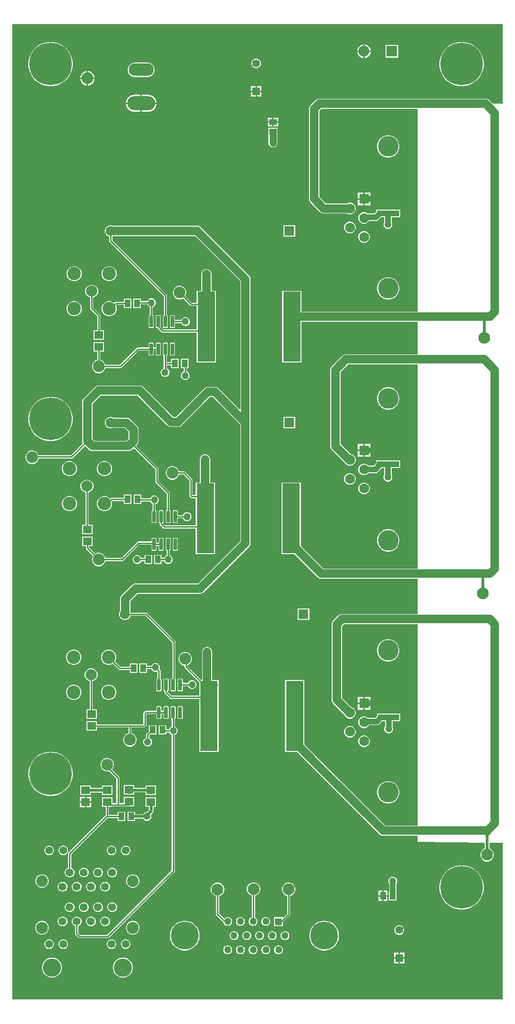
<source format=gtl>
G04*
G04 #@! TF.GenerationSoftware,Altium Limited,Altium Designer,22.2.1 (43)*
G04*
G04 Layer_Physical_Order=1*
G04 Layer_Color=255*
%FSLAX25Y25*%
%MOIN*%
G70*
G04*
G04 #@! TF.SameCoordinates,9414ED48-39BE-4A4C-B5CA-2F20BE965DEE*
G04*
G04*
G04 #@! TF.FilePolarity,Positive*
G04*
G01*
G75*
%ADD12C,0.01000*%
%ADD13C,0.02000*%
%ADD18R,0.04134X0.05315*%
%ADD19R,0.06102X0.05315*%
%ADD20R,0.05315X0.04134*%
%ADD21R,0.12402X0.49213*%
G04:AMPARAMS|DCode=22|XSize=77.56mil|YSize=23.62mil|CornerRadius=2.95mil|HoleSize=0mil|Usage=FLASHONLY|Rotation=270.000|XOffset=0mil|YOffset=0mil|HoleType=Round|Shape=RoundedRectangle|*
%AMROUNDEDRECTD22*
21,1,0.07756,0.01772,0,0,270.0*
21,1,0.07165,0.02362,0,0,270.0*
1,1,0.00591,-0.00886,-0.03583*
1,1,0.00591,-0.00886,0.03583*
1,1,0.00591,0.00886,0.03583*
1,1,0.00591,0.00886,-0.03583*
%
%ADD22ROUNDEDRECTD22*%
%ADD27R,0.07000X0.07000*%
%ADD28C,0.07000*%
%ADD31R,0.05600X0.05600*%
%ADD32C,0.05600*%
%ADD44R,0.07000X0.07000*%
%ADD50C,0.06000*%
%ADD51C,0.04000*%
%ADD52C,0.05000*%
%ADD53C,0.03000*%
%ADD54C,0.30000*%
%ADD55O,0.19685X0.09843*%
%ADD56O,0.17717X0.08858*%
%ADD57C,0.08268*%
%ADD58C,0.05500*%
%ADD59C,0.12800*%
%ADD60C,0.08200*%
%ADD61C,0.08400*%
%ADD62C,0.14500*%
%ADD63C,0.19685*%
%ADD64C,0.05000*%
%ADD65R,0.05000X0.05000*%
%ADD66C,0.07874*%
%ADD67C,0.09449*%
%ADD68C,0.07677*%
%ADD69R,0.07677X0.07677*%
%ADD70C,0.06000*%
G36*
X1008000Y672000D02*
X1001135D01*
X998568Y674568D01*
X997816Y675145D01*
X996940Y675507D01*
X996000Y675631D01*
X878515D01*
X877575Y675507D01*
X876699Y675145D01*
X875947Y674568D01*
X875947Y674568D01*
X872433Y671053D01*
X871855Y670301D01*
X871493Y669425D01*
X871369Y668485D01*
Y615000D01*
Y605000D01*
X871493Y604060D01*
X871855Y603185D01*
X872433Y602432D01*
X879125Y595740D01*
X879877Y595162D01*
X880753Y594800D01*
X881693Y594676D01*
X881693Y594676D01*
X898278D01*
X898606Y594487D01*
X899649Y594207D01*
X900729D01*
X901772Y594487D01*
X902706Y595026D01*
X903470Y595790D01*
X904010Y596725D01*
X904289Y597767D01*
Y598847D01*
X904010Y599890D01*
X903470Y600824D01*
X902706Y601588D01*
X901772Y602128D01*
X900729Y602407D01*
X899649D01*
X898606Y602128D01*
X898278Y601938D01*
X883197D01*
X878631Y606504D01*
Y615000D01*
Y666981D01*
X880019Y668369D01*
X948000D01*
Y525631D01*
X866112D01*
Y540206D01*
X852510D01*
Y489794D01*
X866112D01*
Y518369D01*
X948000D01*
Y495631D01*
X897500D01*
X896560Y495507D01*
X895685Y495145D01*
X894932Y494568D01*
X887432Y487068D01*
X886855Y486315D01*
X886493Y485440D01*
X886369Y484500D01*
Y471100D01*
Y430847D01*
X886493Y429907D01*
X886855Y429031D01*
X887432Y428279D01*
X896586Y419126D01*
X896586Y419126D01*
X896698Y419039D01*
X896908Y418676D01*
X897672Y417912D01*
X898606Y417372D01*
X899649Y417093D01*
X900729D01*
X901772Y417372D01*
X902706Y417912D01*
X903470Y418676D01*
X904010Y419610D01*
X904289Y420653D01*
Y421733D01*
X904010Y422776D01*
X903470Y423710D01*
X902706Y424474D01*
X901772Y425013D01*
X901229Y425159D01*
X901129Y425200D01*
X901022Y425214D01*
X900729Y425293D01*
X900689D01*
X893631Y432350D01*
Y471100D01*
Y482996D01*
X899004Y488369D01*
X948000D01*
Y344631D01*
X881504D01*
X865517Y360618D01*
Y405206D01*
X851916D01*
Y354794D01*
X861071D01*
X877432Y338433D01*
X877433Y338433D01*
X878185Y337855D01*
X879060Y337493D01*
X880000Y337369D01*
X880000Y337369D01*
X948000D01*
Y312631D01*
X894515D01*
X893575Y312507D01*
X892699Y312145D01*
X891947Y311567D01*
X891947Y311567D01*
X888433Y308053D01*
X887855Y307301D01*
X887493Y306425D01*
X887369Y305485D01*
Y251997D01*
X887493Y251057D01*
X887855Y250182D01*
X888433Y249430D01*
X896372Y241490D01*
X896908Y240561D01*
X897672Y239798D01*
X898606Y239258D01*
X899649Y238979D01*
X900729D01*
X901772Y239258D01*
X902706Y239798D01*
X903470Y240561D01*
X904010Y241496D01*
X904289Y242539D01*
Y243618D01*
X904010Y244661D01*
X903470Y245596D01*
X902706Y246360D01*
X901772Y246899D01*
X901036Y247096D01*
X894631Y253501D01*
Y303981D01*
X896019Y305369D01*
X948000D01*
Y163631D01*
X925110D01*
X880670Y208070D01*
X880670Y208070D01*
X868012Y220729D01*
Y266006D01*
X854410D01*
Y215594D01*
X862877D01*
X875535Y202935D01*
X875535Y202935D01*
X921038Y157432D01*
X921790Y156855D01*
X922666Y156493D01*
X923606Y156369D01*
X948000D01*
Y152000D01*
X995369Y151540D01*
Y147464D01*
X995173Y147411D01*
X994093Y146788D01*
X993212Y145907D01*
X992589Y144827D01*
X992266Y143623D01*
Y142377D01*
X992589Y141173D01*
X993212Y140093D01*
X994093Y139212D01*
X995173Y138589D01*
X996377Y138266D01*
X997623D01*
X998827Y138589D01*
X999907Y139212D01*
X1000788Y140093D01*
X1001411Y141173D01*
X1001734Y142377D01*
Y143623D01*
X1001411Y144827D01*
X1000788Y145907D01*
X999907Y146788D01*
X998827Y147411D01*
X998631Y147464D01*
Y151153D01*
X998987Y151505D01*
X1008000Y151418D01*
Y41000D01*
X662000D01*
Y728000D01*
X1008000D01*
Y672000D01*
D02*
G37*
%LPC*%
G36*
X910795Y713839D02*
X910657D01*
Y709500D01*
X914996D01*
Y709637D01*
X914666Y710868D01*
X914029Y711971D01*
X913128Y712872D01*
X912025Y713509D01*
X910795Y713839D01*
D02*
G37*
G36*
X909657D02*
X909521D01*
X908290Y713509D01*
X907187Y712872D01*
X906286Y711971D01*
X905649Y710868D01*
X905319Y709637D01*
Y709500D01*
X909657D01*
Y713839D01*
D02*
G37*
G36*
X934281Y713439D02*
X925404D01*
Y704561D01*
X934281D01*
Y713439D01*
D02*
G37*
G36*
X914996Y708500D02*
X910657D01*
Y704161D01*
X910795D01*
X912025Y704491D01*
X913128Y705128D01*
X914029Y706029D01*
X914666Y707132D01*
X914996Y708363D01*
Y708500D01*
D02*
G37*
G36*
X909657D02*
X905319D01*
Y708363D01*
X905649Y707132D01*
X906286Y706029D01*
X907187Y705128D01*
X908290Y704491D01*
X909521Y704161D01*
X909657D01*
Y708500D01*
D02*
G37*
G36*
X834479Y703900D02*
X833584D01*
X832719Y703668D01*
X831944Y703221D01*
X831311Y702588D01*
X830863Y701812D01*
X830632Y700948D01*
Y700052D01*
X830863Y699188D01*
X831311Y698412D01*
X831944Y697779D01*
X832719Y697332D01*
X833584Y697100D01*
X834479D01*
X835344Y697332D01*
X836119Y697779D01*
X836752Y698412D01*
X837200Y699188D01*
X837432Y700052D01*
Y700948D01*
X837200Y701812D01*
X836752Y702588D01*
X836119Y703221D01*
X835344Y703668D01*
X834479Y703900D01*
D02*
G37*
G36*
X757429Y701073D02*
X748571D01*
X747258Y700900D01*
X746035Y700393D01*
X744984Y699587D01*
X744178Y698536D01*
X743671Y697313D01*
X743498Y696000D01*
X743671Y694687D01*
X744178Y693464D01*
X744984Y692413D01*
X746035Y691607D01*
X747258Y691100D01*
X748571Y690928D01*
X757429D01*
X758742Y691100D01*
X759965Y691607D01*
X761016Y692413D01*
X761822Y693464D01*
X762329Y694687D01*
X762502Y696000D01*
X762329Y697313D01*
X761822Y698536D01*
X761016Y699587D01*
X759965Y700393D01*
X758742Y700900D01*
X757429Y701073D01*
D02*
G37*
G36*
X715676Y695134D02*
X715500D01*
Y690500D01*
X720134D01*
Y690676D01*
X719784Y691982D01*
X719108Y693152D01*
X718152Y694108D01*
X716982Y694784D01*
X715676Y695134D01*
D02*
G37*
G36*
X714500D02*
X714324D01*
X713018Y694784D01*
X711848Y694108D01*
X710892Y693152D01*
X710216Y691982D01*
X709866Y690676D01*
Y690500D01*
X714500D01*
Y695134D01*
D02*
G37*
G36*
X720134Y689500D02*
X715500D01*
Y684866D01*
X715676D01*
X716982Y685216D01*
X718152Y685892D01*
X719108Y686848D01*
X719784Y688018D01*
X720134Y689324D01*
Y689500D01*
D02*
G37*
G36*
X714500D02*
X709866D01*
Y689324D01*
X710216Y688018D01*
X710892Y686848D01*
X711848Y685892D01*
X713018Y685216D01*
X714324Y684866D01*
X714500D01*
Y689500D01*
D02*
G37*
G36*
X980228Y715600D02*
X977772D01*
X975347Y715216D01*
X973012Y714457D01*
X970824Y713342D01*
X968837Y711899D01*
X967101Y710163D01*
X965658Y708176D01*
X964543Y705988D01*
X963784Y703653D01*
X963400Y701228D01*
Y698772D01*
X963784Y696347D01*
X964543Y694012D01*
X965658Y691824D01*
X967101Y689837D01*
X968837Y688101D01*
X970824Y686658D01*
X973012Y685543D01*
X975347Y684784D01*
X977772Y684400D01*
X980228D01*
X982653Y684784D01*
X984988Y685543D01*
X987176Y686658D01*
X989163Y688101D01*
X990899Y689837D01*
X992342Y691824D01*
X993457Y694012D01*
X994216Y696347D01*
X994600Y698772D01*
Y701228D01*
X994216Y703653D01*
X993457Y705988D01*
X992342Y708176D01*
X990899Y710163D01*
X989163Y711899D01*
X987176Y713342D01*
X984988Y714457D01*
X982653Y715216D01*
X980228Y715600D01*
D02*
G37*
G36*
X690228D02*
X687772D01*
X685347Y715216D01*
X683012Y714457D01*
X680824Y713342D01*
X678837Y711899D01*
X677101Y710163D01*
X675658Y708176D01*
X674543Y705988D01*
X673784Y703653D01*
X673400Y701228D01*
Y698772D01*
X673784Y696347D01*
X674543Y694012D01*
X675658Y691824D01*
X677101Y689837D01*
X678837Y688101D01*
X680824Y686658D01*
X683012Y685543D01*
X685347Y684784D01*
X687772Y684400D01*
X690228D01*
X692653Y684784D01*
X694988Y685543D01*
X697176Y686658D01*
X699163Y688101D01*
X700899Y689837D01*
X702342Y691824D01*
X703457Y694012D01*
X704216Y696347D01*
X704600Y698772D01*
Y701228D01*
X704216Y703653D01*
X703457Y705988D01*
X702342Y708176D01*
X700899Y710163D01*
X699163Y711899D01*
X697176Y713342D01*
X694988Y714457D01*
X692653Y715216D01*
X690228Y715600D01*
D02*
G37*
G36*
X837831Y684600D02*
X834531D01*
Y681300D01*
X837831D01*
Y684600D01*
D02*
G37*
G36*
X833531D02*
X830231D01*
Y681300D01*
X833531D01*
Y684600D01*
D02*
G37*
G36*
X837831Y680300D02*
X834531D01*
Y677000D01*
X837831D01*
Y680300D01*
D02*
G37*
G36*
X833531D02*
X830231D01*
Y677000D01*
X833531D01*
Y680300D01*
D02*
G37*
G36*
X757921Y678328D02*
X753500D01*
Y672878D01*
X763822D01*
X763757Y673539D01*
X763418Y674655D01*
X762868Y675683D01*
X762128Y676585D01*
X761227Y677325D01*
X760198Y677875D01*
X759082Y678214D01*
X757921Y678328D01*
D02*
G37*
G36*
X752500D02*
X748079D01*
X746918Y678214D01*
X745802Y677875D01*
X744773Y677325D01*
X743871Y676585D01*
X743132Y675683D01*
X742582Y674655D01*
X742243Y673539D01*
X742178Y672878D01*
X752500D01*
Y678328D01*
D02*
G37*
G36*
X763822Y671878D02*
X753500D01*
Y666428D01*
X757921D01*
X759082Y666542D01*
X760198Y666881D01*
X761227Y667431D01*
X762128Y668171D01*
X762868Y669072D01*
X763418Y670101D01*
X763757Y671217D01*
X763822Y671878D01*
D02*
G37*
G36*
X752500D02*
X742178D01*
X742243Y671217D01*
X742582Y670101D01*
X743132Y669072D01*
X743871Y668171D01*
X744773Y667431D01*
X745802Y666881D01*
X746918Y666542D01*
X748079Y666428D01*
X752500D01*
Y671878D01*
D02*
G37*
G36*
X849557Y662312D02*
X846400D01*
Y659745D01*
X849557D01*
Y662312D01*
D02*
G37*
G36*
X845400D02*
X842243D01*
Y659745D01*
X845400D01*
Y662312D01*
D02*
G37*
G36*
X849557Y658745D02*
X846400D01*
Y656178D01*
X849557D01*
Y658745D01*
D02*
G37*
G36*
X845400D02*
X842243D01*
Y656178D01*
X845400D01*
Y658745D01*
D02*
G37*
G36*
X849158Y655022D02*
X842642D01*
Y649688D01*
X842731D01*
Y644500D01*
X842758Y644297D01*
Y644092D01*
X842811Y643894D01*
X842837Y643691D01*
X842916Y643501D01*
X842969Y643303D01*
X843071Y643126D01*
X843150Y642937D01*
X843274Y642774D01*
X843377Y642597D01*
X843522Y642452D01*
X843647Y642289D01*
X843809Y642164D01*
X843954Y642019D01*
X844131Y641917D01*
X844294Y641792D01*
X844483Y641714D01*
X844661Y641611D01*
X844859Y641558D01*
X845048Y641480D01*
X845251Y641453D01*
X845449Y641400D01*
X845654D01*
X845858Y641373D01*
X846061Y641400D01*
X846266D01*
X846464Y641453D01*
X846667Y641480D01*
X846856Y641558D01*
X847054Y641611D01*
X847231Y641714D01*
X847421Y641792D01*
X847583Y641917D01*
X847761Y642019D01*
X847906Y642164D01*
X848068Y642289D01*
X848193Y642452D01*
X848338Y642597D01*
X848441Y642774D01*
X848565Y642937D01*
X848644Y643126D01*
X848746Y643303D01*
X848799Y643501D01*
X848878Y643691D01*
X848904Y643894D01*
X848958Y644092D01*
Y644297D01*
X848984Y644500D01*
Y649688D01*
X849158D01*
Y655022D01*
D02*
G37*
G36*
X927962Y649850D02*
X926416D01*
X924899Y649548D01*
X923471Y648957D01*
X922185Y648098D01*
X921091Y647004D01*
X920232Y645718D01*
X919641Y644290D01*
X919339Y642773D01*
Y641227D01*
X919641Y639710D01*
X920232Y638282D01*
X921091Y636996D01*
X922185Y635903D01*
X923471Y635043D01*
X924899Y634452D01*
X926416Y634150D01*
X927962D01*
X929479Y634452D01*
X930907Y635043D01*
X932193Y635903D01*
X933286Y636996D01*
X934146Y638282D01*
X934737Y639710D01*
X935039Y641227D01*
Y642773D01*
X934737Y644290D01*
X934146Y645718D01*
X933286Y647004D01*
X932193Y648098D01*
X930907Y648957D01*
X929479Y649548D01*
X927962Y649850D01*
D02*
G37*
G36*
X909689Y609500D02*
X905689D01*
Y605500D01*
X909689D01*
Y609500D01*
D02*
G37*
G36*
X914689D02*
X910689D01*
Y605000D01*
Y600500D01*
X914689D01*
Y607622D01*
Y609500D01*
D02*
G37*
G36*
X909689Y604500D02*
X905689D01*
Y600500D01*
X909689D01*
Y604500D01*
D02*
G37*
G36*
X925257Y597622D02*
X918742D01*
Y595997D01*
X917556Y594811D01*
X912791D01*
X912706Y594895D01*
X911771Y595435D01*
X910729Y595714D01*
X909649D01*
X908606Y595435D01*
X907672Y594895D01*
X906908Y594132D01*
X906368Y593197D01*
X906089Y592154D01*
Y591074D01*
X906368Y590032D01*
X906908Y589097D01*
X907672Y588333D01*
X908606Y587794D01*
X909649Y587514D01*
X910729D01*
X911771Y587794D01*
X912706Y588333D01*
X913470Y589097D01*
X913741Y589566D01*
X918642D01*
X918643Y589566D01*
X919321Y589655D01*
X919954Y589917D01*
X920497Y590334D01*
X922451Y592288D01*
X924282D01*
Y588493D01*
X924111Y588197D01*
X923900Y587408D01*
Y586592D01*
X924111Y585803D01*
X924519Y585097D01*
X925097Y584519D01*
X925803Y584111D01*
X926592Y583900D01*
X927408D01*
X928197Y584111D01*
X928903Y584519D01*
X929481Y585097D01*
X929889Y585803D01*
X930100Y586592D01*
Y587408D01*
X929889Y588197D01*
X929527Y588823D01*
Y592188D01*
X935758D01*
Y597522D01*
X932231D01*
X931809Y597578D01*
X931809Y597578D01*
X925257D01*
Y597622D01*
D02*
G37*
G36*
X900729Y589021D02*
X899649D01*
X898606Y588742D01*
X897672Y588202D01*
X896908Y587439D01*
X896368Y586504D01*
X896089Y585461D01*
Y584381D01*
X896368Y583339D01*
X896908Y582404D01*
X897672Y581640D01*
X898606Y581101D01*
X899649Y580821D01*
X900729D01*
X901772Y581101D01*
X902706Y581640D01*
X903470Y582404D01*
X904010Y583339D01*
X904289Y584381D01*
Y585461D01*
X904010Y586504D01*
X903470Y587439D01*
X902706Y588202D01*
X901772Y588742D01*
X900729Y589021D01*
D02*
G37*
G36*
X861600Y586600D02*
X853400D01*
Y578400D01*
X861600D01*
Y586600D01*
D02*
G37*
G36*
X910729Y582328D02*
X909649D01*
X908606Y582049D01*
X907672Y581509D01*
X906908Y580746D01*
X906368Y579811D01*
X906089Y578768D01*
Y577689D01*
X906368Y576646D01*
X906908Y575711D01*
X907672Y574948D01*
X908606Y574408D01*
X909649Y574128D01*
X910729D01*
X911771Y574408D01*
X912706Y574948D01*
X913470Y575711D01*
X914010Y576646D01*
X914289Y577689D01*
Y578768D01*
X914010Y579811D01*
X913470Y580746D01*
X912706Y581509D01*
X911771Y582049D01*
X910729Y582328D01*
D02*
G37*
G36*
X731024Y557647D02*
X729622D01*
X728268Y557284D01*
X727054Y556583D01*
X726062Y555592D01*
X725361Y554378D01*
X724998Y553024D01*
Y551622D01*
X725361Y550268D01*
X726062Y549054D01*
X727054Y548062D01*
X728268Y547361D01*
X729622Y546998D01*
X731024D01*
X732378Y547361D01*
X733592Y548062D01*
X734583Y549054D01*
X735284Y550268D01*
X735647Y551622D01*
Y553024D01*
X735284Y554378D01*
X734583Y555592D01*
X733592Y556583D01*
X732378Y557284D01*
X731024Y557647D01*
D02*
G37*
G36*
X706378D02*
X704976D01*
X703622Y557284D01*
X702408Y556583D01*
X701417Y555592D01*
X700716Y554378D01*
X700353Y553024D01*
Y551622D01*
X700716Y550268D01*
X701417Y549054D01*
X702408Y548062D01*
X703622Y547361D01*
X704976Y546998D01*
X706378D01*
X707732Y547361D01*
X708946Y548062D01*
X709938Y549054D01*
X710639Y550268D01*
X711002Y551622D01*
Y553024D01*
X710639Y554378D01*
X709938Y555592D01*
X708946Y556583D01*
X707732Y557284D01*
X706378Y557647D01*
D02*
G37*
G36*
X927962Y549850D02*
X926416D01*
X924899Y549548D01*
X923471Y548957D01*
X922185Y548098D01*
X921091Y547004D01*
X920232Y545718D01*
X919641Y544290D01*
X919339Y542773D01*
Y541227D01*
X919641Y539710D01*
X920232Y538282D01*
X921091Y536996D01*
X922185Y535903D01*
X923471Y535043D01*
X924899Y534452D01*
X926416Y534150D01*
X927962D01*
X929479Y534452D01*
X930907Y535043D01*
X932193Y535903D01*
X933286Y536996D01*
X934146Y538282D01*
X934737Y539710D01*
X935039Y541227D01*
Y542773D01*
X934737Y544290D01*
X934146Y545718D01*
X933286Y547004D01*
X932193Y548098D01*
X930907Y548957D01*
X929479Y549548D01*
X927962Y549850D01*
D02*
G37*
G36*
X760508Y535000D02*
X759692D01*
X758903Y534789D01*
X758197Y534381D01*
X757619Y533803D01*
X757211Y533097D01*
X757191Y533022D01*
X752812D01*
Y534758D01*
X747478D01*
Y528242D01*
X752812D01*
Y530778D01*
X757191D01*
X757211Y530703D01*
X757619Y529997D01*
X758197Y529419D01*
X758878Y529026D01*
Y523173D01*
X758765Y523150D01*
X758469Y522953D01*
X758271Y522656D01*
X758201Y522307D01*
Y515142D01*
X758271Y514792D01*
X758469Y514496D01*
X758765Y514298D01*
X759114Y514229D01*
X760886D01*
X761235Y514298D01*
X761531Y514496D01*
X761729Y514792D01*
X761799Y515142D01*
Y522307D01*
X761729Y522656D01*
X761531Y522953D01*
X761235Y523150D01*
X761122Y523173D01*
Y528964D01*
X761297Y529011D01*
X762003Y529419D01*
X762581Y529997D01*
X762989Y530703D01*
X763200Y531492D01*
Y532308D01*
X762989Y533097D01*
X762581Y533803D01*
X762003Y534381D01*
X761297Y534789D01*
X760508Y535000D01*
D02*
G37*
G36*
X745922Y534758D02*
X740588D01*
Y532622D01*
X735188D01*
X735188Y532622D01*
X734759Y532536D01*
X734395Y532293D01*
X734395Y532293D01*
X733816Y531714D01*
X733592Y531938D01*
X732378Y532639D01*
X731024Y533002D01*
X729622D01*
X728268Y532639D01*
X727054Y531938D01*
X726062Y530946D01*
X725361Y529732D01*
X724998Y528378D01*
Y526976D01*
X725361Y525622D01*
X726062Y524408D01*
X727054Y523417D01*
X728268Y522716D01*
X729622Y522353D01*
X731024D01*
X732378Y522716D01*
X733592Y523417D01*
X734583Y524408D01*
X735284Y525622D01*
X735647Y526976D01*
Y528378D01*
X735284Y529732D01*
X735183Y529908D01*
X735653Y530378D01*
X740588D01*
Y528242D01*
X745922D01*
Y534758D01*
D02*
G37*
G36*
X799000Y555631D02*
X798764Y555600D01*
X798526D01*
X798296Y555538D01*
X798060Y555507D01*
X797840Y555416D01*
X797611Y555355D01*
X797404Y555236D01*
X797185Y555145D01*
X796996Y555000D01*
X796790Y554881D01*
X796621Y554712D01*
X796432Y554568D01*
X796288Y554379D01*
X796119Y554211D01*
X796000Y554004D01*
X795855Y553816D01*
X795764Y553596D01*
X795645Y553390D01*
X795584Y553160D01*
X795493Y552940D01*
X795462Y552704D01*
X795400Y552474D01*
Y552236D01*
X795369Y552000D01*
Y540206D01*
X792077D01*
Y531922D01*
X788665D01*
X784046Y536540D01*
X784411Y537173D01*
X784734Y538377D01*
Y539623D01*
X784411Y540827D01*
X783788Y541907D01*
X782907Y542788D01*
X781827Y543411D01*
X780623Y543734D01*
X779377D01*
X778173Y543411D01*
X777093Y542788D01*
X776212Y541907D01*
X775589Y540827D01*
X775266Y539623D01*
Y538377D01*
X775589Y537173D01*
X776212Y536093D01*
X777093Y535212D01*
X778173Y534589D01*
X779377Y534266D01*
X780623D01*
X781827Y534589D01*
X782460Y534954D01*
X787407Y530007D01*
X787407Y530007D01*
X787771Y529764D01*
X788200Y529678D01*
X788200Y529678D01*
X792077D01*
Y513122D01*
X768465D01*
X766763Y514823D01*
Y514963D01*
X766799Y515142D01*
Y522307D01*
X766729Y522656D01*
X766531Y522953D01*
X766235Y523150D01*
X765886Y523220D01*
X764114D01*
X763765Y523150D01*
X763469Y522953D01*
X763271Y522656D01*
X763201Y522307D01*
Y515142D01*
X763271Y514792D01*
X763469Y514496D01*
X763765Y514298D01*
X764114Y514229D01*
X764546D01*
X764605Y513929D01*
X764848Y513565D01*
X767207Y511207D01*
X767207Y511207D01*
X767571Y510964D01*
X768000Y510878D01*
X768000Y510878D01*
X792077D01*
Y489794D01*
X805679D01*
Y540206D01*
X802631D01*
Y552000D01*
X802600Y552236D01*
Y552474D01*
X802538Y552704D01*
X802507Y552940D01*
X802416Y553160D01*
X802355Y553390D01*
X802236Y553596D01*
X802145Y553816D01*
X802000Y554004D01*
X801881Y554211D01*
X801712Y554379D01*
X801568Y554568D01*
X801379Y554712D01*
X801210Y554881D01*
X801004Y555000D01*
X800815Y555145D01*
X800596Y555236D01*
X800389Y555355D01*
X800160Y555416D01*
X799940Y555507D01*
X799704Y555538D01*
X799474Y555600D01*
X799236D01*
X799000Y555631D01*
D02*
G37*
G36*
X706378Y533002D02*
X704976D01*
X703622Y532639D01*
X702408Y531938D01*
X701417Y530946D01*
X700716Y529732D01*
X700353Y528378D01*
Y526976D01*
X700716Y525622D01*
X701417Y524408D01*
X702408Y523417D01*
X703622Y522716D01*
X704976Y522353D01*
X706378D01*
X707732Y522716D01*
X708946Y523417D01*
X709938Y524408D01*
X710639Y525622D01*
X711002Y526976D01*
Y528378D01*
X710639Y529732D01*
X709938Y530946D01*
X708946Y531938D01*
X707732Y532639D01*
X706378Y533002D01*
D02*
G37*
G36*
X775886Y523220D02*
X774114D01*
X773765Y523150D01*
X773469Y522953D01*
X773271Y522656D01*
X773201Y522307D01*
Y515142D01*
X773271Y514792D01*
X773469Y514496D01*
X773765Y514298D01*
X774114Y514229D01*
X775886D01*
X776235Y514298D01*
X776531Y514496D01*
X776729Y514792D01*
X776799Y515142D01*
Y517578D01*
X781191D01*
X781211Y517503D01*
X781619Y516797D01*
X782197Y516219D01*
X782903Y515811D01*
X783692Y515600D01*
X784508D01*
X785297Y515811D01*
X786003Y516219D01*
X786581Y516797D01*
X786989Y517503D01*
X787200Y518292D01*
Y519108D01*
X786989Y519897D01*
X786581Y520603D01*
X786003Y521181D01*
X785297Y521589D01*
X784508Y521800D01*
X783692D01*
X782903Y521589D01*
X782197Y521181D01*
X781619Y520603D01*
X781211Y519897D01*
X781191Y519822D01*
X776799D01*
Y522307D01*
X776729Y522656D01*
X776531Y522953D01*
X776235Y523150D01*
X775886Y523220D01*
D02*
G37*
G36*
X718597Y544537D02*
X717403D01*
X716249Y544228D01*
X715214Y543631D01*
X714369Y542786D01*
X713772Y541751D01*
X713463Y540597D01*
Y539403D01*
X713772Y538249D01*
X714369Y537214D01*
X715214Y536370D01*
X716249Y535772D01*
X716878Y535604D01*
Y528000D01*
X716878Y528000D01*
X716964Y527571D01*
X717207Y527207D01*
X721878Y522535D01*
Y512391D01*
X719349D01*
Y505876D01*
X726651D01*
Y512391D01*
X724122D01*
Y523000D01*
X724122Y523000D01*
X724036Y523429D01*
X723793Y523793D01*
X723793Y523793D01*
X719122Y528465D01*
Y535604D01*
X719751Y535772D01*
X720786Y536370D01*
X721630Y537214D01*
X722228Y538249D01*
X722537Y539403D01*
Y540597D01*
X722228Y541751D01*
X721630Y542786D01*
X720786Y543631D01*
X719751Y544228D01*
X718597Y544537D01*
D02*
G37*
G36*
X775886Y503771D02*
X774114D01*
X773765Y503702D01*
X773469Y503504D01*
X773271Y503208D01*
X773201Y502858D01*
Y495693D01*
X773271Y495344D01*
X773469Y495048D01*
X773765Y494850D01*
X774114Y494780D01*
X775886D01*
X776235Y494850D01*
X776531Y495048D01*
X776729Y495344D01*
X776799Y495693D01*
Y502858D01*
X776729Y503208D01*
X776531Y503504D01*
X776235Y503702D01*
X775886Y503771D01*
D02*
G37*
G36*
X726651Y504124D02*
X719349D01*
Y497609D01*
X721878D01*
Y491600D01*
X721173Y491411D01*
X720093Y490788D01*
X719212Y489907D01*
X718589Y488827D01*
X718266Y487623D01*
Y486377D01*
X718589Y485173D01*
X719212Y484093D01*
X720093Y483212D01*
X721173Y482589D01*
X722377Y482266D01*
X723623D01*
X724827Y482589D01*
X725907Y483212D01*
X726788Y484093D01*
X727411Y485173D01*
X727600Y485878D01*
X738346D01*
X738346Y485878D01*
X738776Y485964D01*
X739140Y486207D01*
X751087Y498154D01*
X758201D01*
Y495693D01*
X758271Y495344D01*
X758469Y495048D01*
X758765Y494850D01*
X759114Y494780D01*
X760886D01*
X761235Y494850D01*
X761531Y495048D01*
X761729Y495344D01*
X761799Y495693D01*
Y498154D01*
X763201D01*
Y495693D01*
X763271Y495344D01*
X763469Y495048D01*
X763765Y494850D01*
X764114Y494780D01*
X765886D01*
X766235Y494850D01*
X766531Y495048D01*
X766729Y495344D01*
X766799Y495693D01*
Y502858D01*
X766729Y503208D01*
X766531Y503504D01*
X766235Y503702D01*
X765886Y503771D01*
X764114D01*
X763765Y503702D01*
X763469Y503504D01*
X763271Y503208D01*
X763201Y502858D01*
Y500397D01*
X761799D01*
Y502858D01*
X761729Y503208D01*
X761531Y503504D01*
X761235Y503702D01*
X760886Y503771D01*
X759114D01*
X758765Y503702D01*
X758469Y503504D01*
X758271Y503208D01*
X758201Y502858D01*
Y500397D01*
X750622D01*
X750622Y500397D01*
X750193Y500312D01*
X749829Y500069D01*
X749829Y500069D01*
X737882Y488122D01*
X727600D01*
X727411Y488827D01*
X726788Y489907D01*
X725907Y490788D01*
X724827Y491411D01*
X724122Y491600D01*
Y497609D01*
X726651D01*
Y504124D01*
D02*
G37*
G36*
X770886Y503771D02*
X769114D01*
X768765Y503702D01*
X768469Y503504D01*
X768271Y503208D01*
X768201Y502858D01*
Y495693D01*
X768271Y495344D01*
X768469Y495048D01*
X768765Y494850D01*
X768778Y494847D01*
Y489100D01*
Y485736D01*
X768603Y485689D01*
X767897Y485281D01*
X767319Y484703D01*
X766911Y483997D01*
X766700Y483208D01*
Y482392D01*
X766911Y481603D01*
X767319Y480897D01*
X767897Y480319D01*
X768603Y479911D01*
X769392Y479700D01*
X770208D01*
X770997Y479911D01*
X771703Y480319D01*
X772281Y480897D01*
X772689Y481603D01*
X772900Y482392D01*
Y483208D01*
X772689Y483997D01*
X772281Y484703D01*
X771703Y485281D01*
X771022Y485674D01*
Y487978D01*
X774088D01*
Y485843D01*
X779422D01*
Y492357D01*
X774088D01*
Y490222D01*
X771022D01*
Y494807D01*
X771235Y494850D01*
X771531Y495048D01*
X771729Y495344D01*
X771799Y495693D01*
Y502858D01*
X771729Y503208D01*
X771531Y503504D01*
X771235Y503702D01*
X770886Y503771D01*
D02*
G37*
G36*
X786312Y492357D02*
X780978D01*
Y485843D01*
X782878D01*
Y483509D01*
X782803Y483489D01*
X782097Y483081D01*
X781519Y482503D01*
X781111Y481797D01*
X780900Y481008D01*
Y480192D01*
X781111Y479403D01*
X781519Y478697D01*
X782097Y478119D01*
X782803Y477711D01*
X783592Y477500D01*
X784408D01*
X785197Y477711D01*
X785903Y478119D01*
X786481Y478697D01*
X786889Y479403D01*
X787100Y480192D01*
Y481008D01*
X786889Y481797D01*
X786481Y482503D01*
X785903Y483081D01*
X785197Y483489D01*
X785122Y483509D01*
Y485843D01*
X786312D01*
Y492357D01*
D02*
G37*
G36*
X732040Y586600D02*
X730960D01*
X729917Y586321D01*
X728982Y585781D01*
X728219Y585017D01*
X727679Y584083D01*
X727400Y583040D01*
Y581960D01*
X727679Y580918D01*
X728219Y579983D01*
X728982Y579219D01*
X729917Y578679D01*
X730378Y578556D01*
Y575500D01*
X730378Y575500D01*
X730464Y575071D01*
X730707Y574707D01*
X768878Y536535D01*
Y523173D01*
X768765Y523150D01*
X768469Y522953D01*
X768271Y522656D01*
X768201Y522307D01*
Y515142D01*
X768271Y514792D01*
X768469Y514496D01*
X768765Y514298D01*
X769114Y514229D01*
X770886D01*
X771235Y514298D01*
X771531Y514496D01*
X771729Y514792D01*
X771799Y515142D01*
Y522307D01*
X771729Y522656D01*
X771531Y522953D01*
X771235Y523150D01*
X771122Y523173D01*
Y537000D01*
X771036Y537429D01*
X770793Y537793D01*
X770793Y537793D01*
X732622Y575965D01*
Y578556D01*
X733082Y578679D01*
X733411Y578869D01*
X790996D01*
X822869Y546996D01*
Y456919D01*
X822407Y456728D01*
X807568Y471568D01*
X806816Y472145D01*
X805940Y472507D01*
X805000Y472631D01*
X800000D01*
X799060Y472507D01*
X798184Y472145D01*
X797432Y471568D01*
X777481Y451616D01*
X775519D01*
X754553Y472582D01*
X753801Y473159D01*
X752925Y473522D01*
X751985Y473646D01*
X723000D01*
X723000Y473646D01*
X722060Y473522D01*
X721184Y473159D01*
X720432Y472582D01*
X712481Y464631D01*
X712418Y464582D01*
X711841Y463830D01*
X711478Y462955D01*
X711354Y462015D01*
X711369Y461903D01*
Y434515D01*
X711493Y433575D01*
X711780Y432881D01*
X703345Y424446D01*
X680513D01*
X680411Y424827D01*
X679788Y425907D01*
X678907Y426788D01*
X677827Y427411D01*
X676623Y427734D01*
X675377D01*
X674173Y427411D01*
X673093Y426788D01*
X672212Y425907D01*
X671589Y424827D01*
X671266Y423623D01*
Y422377D01*
X671589Y421173D01*
X672212Y420093D01*
X673093Y419212D01*
X674173Y418589D01*
X675377Y418266D01*
X676623D01*
X677827Y418589D01*
X678907Y419212D01*
X679788Y420093D01*
X680411Y421173D01*
X680687Y422203D01*
X703810D01*
X703810Y422203D01*
X704239Y422288D01*
X704603Y422531D01*
X713226Y431154D01*
X715947Y428433D01*
X715947Y428432D01*
X716699Y427855D01*
X717575Y427493D01*
X718515Y427369D01*
X744000D01*
X744940Y427493D01*
X745816Y427855D01*
X746568Y428432D01*
X747775Y429639D01*
X762878Y414535D01*
Y406000D01*
X762878Y406000D01*
X762964Y405571D01*
X763207Y405207D01*
X770878Y397535D01*
Y385673D01*
X770765Y385650D01*
X770469Y385453D01*
X770271Y385156D01*
X770201Y384807D01*
Y377642D01*
X770271Y377292D01*
X770469Y376996D01*
X770765Y376798D01*
X771114Y376729D01*
X772886D01*
X773235Y376798D01*
X773531Y376996D01*
X773729Y377292D01*
X773799Y377642D01*
Y384807D01*
X773729Y385156D01*
X773531Y385453D01*
X773235Y385650D01*
X773122Y385673D01*
Y398000D01*
X773122Y398000D01*
X773036Y398429D01*
X772793Y398793D01*
X772793Y398793D01*
X765122Y406465D01*
Y415000D01*
X765122Y415000D01*
X765036Y415429D01*
X764793Y415793D01*
X764793Y415793D01*
X749361Y431225D01*
X750082Y431947D01*
X750659Y432699D01*
X751022Y433575D01*
X751146Y434515D01*
Y442485D01*
X751022Y443425D01*
X750659Y444301D01*
X750082Y445053D01*
X750082Y445053D01*
X745259Y449876D01*
X744507Y450453D01*
X743631Y450816D01*
X742691Y450940D01*
X733742D01*
X733082Y451321D01*
X732040Y451600D01*
X730960D01*
X729917Y451321D01*
X728982Y450781D01*
X728219Y450017D01*
X727679Y449083D01*
X727400Y448040D01*
Y446960D01*
X727679Y445918D01*
X728219Y444982D01*
X728982Y444219D01*
X729917Y443679D01*
X730960Y443400D01*
X732040D01*
X733076Y443678D01*
X741187D01*
X743884Y440981D01*
Y436019D01*
X743432Y435568D01*
X743432Y435568D01*
X742496Y434631D01*
X720019D01*
X718631Y436019D01*
Y460511D01*
X724504Y466384D01*
X750481D01*
X771447Y445418D01*
X772199Y444841D01*
X773075Y444478D01*
X774015Y444354D01*
X778985D01*
X779925Y444478D01*
X780801Y444841D01*
X781553Y445418D01*
X801504Y465369D01*
X803496D01*
X822869Y445996D01*
Y364004D01*
X792996Y334131D01*
X749000D01*
X748060Y334007D01*
X747185Y333645D01*
X746432Y333067D01*
X739124Y325759D01*
X738547Y325007D01*
X738184Y324131D01*
X738060Y323191D01*
Y314742D01*
X737679Y314083D01*
X737400Y313040D01*
Y311960D01*
X737679Y310917D01*
X738219Y309982D01*
X738982Y309219D01*
X739918Y308679D01*
X740960Y308400D01*
X742040D01*
X743083Y308679D01*
X744018Y309219D01*
X744781Y309982D01*
X745321Y310917D01*
X745444Y311379D01*
X756035D01*
X774878Y292535D01*
Y267220D01*
X774614D01*
X774265Y267150D01*
X773969Y266952D01*
X773771Y266656D01*
X773701Y266307D01*
Y259142D01*
X773771Y258792D01*
X773969Y258496D01*
X774265Y258298D01*
X774614Y258229D01*
X776386D01*
X776735Y258298D01*
X777031Y258496D01*
X777229Y258792D01*
X777299Y259142D01*
Y266307D01*
X777229Y266656D01*
X777122Y266817D01*
Y293000D01*
X777036Y293429D01*
X776793Y293793D01*
X776793Y293793D01*
X757293Y313293D01*
X756929Y313536D01*
X756500Y313622D01*
X756500Y313621D01*
X745444D01*
X745322Y314076D01*
Y321687D01*
X750504Y326869D01*
X794500D01*
X795440Y326993D01*
X796315Y327355D01*
X797068Y327933D01*
X829068Y359932D01*
X829068Y359932D01*
X829645Y360684D01*
X830007Y361560D01*
X830131Y362500D01*
Y448500D01*
Y548500D01*
X830007Y549440D01*
X829645Y550316D01*
X829068Y551068D01*
X795068Y585068D01*
X794315Y585645D01*
X793440Y586007D01*
X792500Y586131D01*
X733411D01*
X733082Y586321D01*
X732040Y586600D01*
D02*
G37*
G36*
X927962Y472350D02*
X926416D01*
X924899Y472048D01*
X923471Y471457D01*
X922185Y470598D01*
X921091Y469504D01*
X920232Y468218D01*
X919641Y466790D01*
X919339Y465273D01*
Y463727D01*
X919641Y462210D01*
X920232Y460782D01*
X921091Y459496D01*
X922185Y458402D01*
X923471Y457543D01*
X924899Y456952D01*
X926416Y456650D01*
X927962D01*
X929479Y456952D01*
X930907Y457543D01*
X932193Y458402D01*
X933286Y459496D01*
X934146Y460782D01*
X934737Y462210D01*
X935039Y463727D01*
Y465273D01*
X934737Y466790D01*
X934146Y468218D01*
X933286Y469504D01*
X932193Y470598D01*
X930907Y471457D01*
X929479Y472048D01*
X927962Y472350D01*
D02*
G37*
G36*
X861600Y451600D02*
X853400D01*
Y443400D01*
X861600D01*
Y451600D01*
D02*
G37*
G36*
X690228Y465600D02*
X687772D01*
X685347Y465216D01*
X683012Y464457D01*
X680824Y463342D01*
X678837Y461899D01*
X677101Y460163D01*
X675658Y458176D01*
X674543Y455988D01*
X673784Y453653D01*
X673400Y451228D01*
Y448772D01*
X673784Y446347D01*
X674543Y444012D01*
X675658Y441824D01*
X677101Y439837D01*
X678837Y438101D01*
X680824Y436658D01*
X683012Y435543D01*
X685347Y434784D01*
X687772Y434400D01*
X690228D01*
X692653Y434784D01*
X694988Y435543D01*
X697176Y436658D01*
X699163Y438101D01*
X700899Y439837D01*
X702342Y441824D01*
X703457Y444012D01*
X704216Y446347D01*
X704600Y448772D01*
Y451228D01*
X704216Y453653D01*
X703457Y455988D01*
X702342Y458176D01*
X700899Y460163D01*
X699163Y461899D01*
X697176Y463342D01*
X694988Y464457D01*
X692653Y465216D01*
X690228Y465600D01*
D02*
G37*
G36*
X914689Y432386D02*
X910689D01*
Y428386D01*
X914689D01*
Y430508D01*
Y432386D01*
D02*
G37*
G36*
X909689D02*
X905689D01*
Y428386D01*
X909689D01*
Y432386D01*
D02*
G37*
G36*
X914689Y427386D02*
X910689D01*
Y423386D01*
X914689D01*
Y427386D01*
D02*
G37*
G36*
X909689D02*
X905689D01*
Y423386D01*
X909689D01*
Y427386D01*
D02*
G37*
G36*
X935557Y420767D02*
X929043D01*
Y420722D01*
X926755D01*
X926755Y420722D01*
X926755Y420722D01*
X925058D01*
Y420767D01*
X918542D01*
Y418551D01*
X917114Y417122D01*
X913365D01*
X912706Y417781D01*
X911771Y418321D01*
X910729Y418600D01*
X909649D01*
X908606Y418321D01*
X907672Y417781D01*
X906908Y417018D01*
X906368Y416082D01*
X906089Y415040D01*
Y413960D01*
X906368Y412918D01*
X906908Y411982D01*
X907672Y411219D01*
X908606Y410679D01*
X909649Y410400D01*
X910729D01*
X911771Y410679D01*
X912706Y411219D01*
X913365Y411878D01*
X918200D01*
X918200Y411877D01*
X918879Y411967D01*
X919511Y412229D01*
X920054Y412646D01*
X922842Y415433D01*
X924378D01*
Y410658D01*
X924111Y410197D01*
X923900Y409408D01*
Y408592D01*
X924111Y407803D01*
X924519Y407097D01*
X925097Y406519D01*
X925803Y406111D01*
X926592Y405900D01*
X927408D01*
X928197Y406111D01*
X928903Y406519D01*
X929481Y407097D01*
X929889Y407803D01*
X930100Y408592D01*
Y409408D01*
X929889Y410197D01*
X929622Y410658D01*
Y415433D01*
X935557D01*
Y420767D01*
D02*
G37*
G36*
X727701Y420324D02*
X726299D01*
X724945Y419962D01*
X723731Y419261D01*
X722739Y418269D01*
X722038Y417055D01*
X721676Y415701D01*
Y414299D01*
X722038Y412945D01*
X722739Y411731D01*
X723731Y410739D01*
X724945Y410038D01*
X726299Y409676D01*
X727701D01*
X729055Y410038D01*
X730269Y410739D01*
X731261Y411731D01*
X731962Y412945D01*
X732324Y414299D01*
Y415701D01*
X731962Y417055D01*
X731261Y418269D01*
X730269Y419261D01*
X729055Y419962D01*
X727701Y420324D01*
D02*
G37*
G36*
X703055D02*
X701653D01*
X700299Y419962D01*
X699085Y419261D01*
X698094Y418269D01*
X697393Y417055D01*
X697030Y415701D01*
Y414299D01*
X697393Y412945D01*
X698094Y411731D01*
X699085Y410739D01*
X700299Y410038D01*
X701653Y409676D01*
X703055D01*
X704410Y410038D01*
X705624Y410739D01*
X706615Y411731D01*
X707316Y412945D01*
X707679Y414299D01*
Y415701D01*
X707316Y417055D01*
X706615Y418269D01*
X705624Y419261D01*
X704410Y419962D01*
X703055Y420324D01*
D02*
G37*
G36*
X900729Y411907D02*
X899649D01*
X898606Y411628D01*
X897672Y411088D01*
X896908Y410324D01*
X896368Y409390D01*
X896089Y408347D01*
Y407267D01*
X896368Y406224D01*
X896908Y405290D01*
X897672Y404526D01*
X898606Y403987D01*
X899649Y403707D01*
X900729D01*
X901772Y403987D01*
X902706Y404526D01*
X903470Y405290D01*
X904010Y406224D01*
X904289Y407267D01*
Y408347D01*
X904010Y409390D01*
X903470Y410324D01*
X902706Y411088D01*
X901772Y411628D01*
X900729Y411907D01*
D02*
G37*
G36*
X910729Y405214D02*
X909649D01*
X908606Y404935D01*
X907672Y404395D01*
X906908Y403632D01*
X906368Y402697D01*
X906089Y401654D01*
Y400574D01*
X906368Y399532D01*
X906908Y398597D01*
X907672Y397833D01*
X908606Y397294D01*
X909649Y397014D01*
X910729D01*
X911771Y397294D01*
X912706Y397833D01*
X913470Y398597D01*
X914010Y399532D01*
X914289Y400574D01*
Y401654D01*
X914010Y402697D01*
X913470Y403632D01*
X912706Y404395D01*
X911771Y404935D01*
X910729Y405214D01*
D02*
G37*
G36*
X798000Y425131D02*
X797764Y425100D01*
X797526D01*
X797296Y425038D01*
X797060Y425007D01*
X796840Y424916D01*
X796610Y424855D01*
X796404Y424736D01*
X796184Y424645D01*
X795996Y424500D01*
X795789Y424381D01*
X795621Y424212D01*
X795432Y424068D01*
X795288Y423879D01*
X795119Y423710D01*
X795000Y423504D01*
X794855Y423315D01*
X794764Y423096D01*
X794645Y422890D01*
X794584Y422660D01*
X794493Y422440D01*
X794462Y422204D01*
X794400Y421974D01*
Y421736D01*
X794369Y421500D01*
Y405206D01*
X791483D01*
Y396536D01*
X789122D01*
Y407297D01*
X789122Y407297D01*
X789036Y407726D01*
X788793Y408090D01*
X788793Y408090D01*
X784090Y412793D01*
X783726Y413036D01*
X783297Y413122D01*
X783297Y413122D01*
X779600D01*
X779411Y413827D01*
X778788Y414907D01*
X777907Y415788D01*
X776827Y416411D01*
X775623Y416734D01*
X774377D01*
X773173Y416411D01*
X772093Y415788D01*
X771212Y414907D01*
X770589Y413827D01*
X770266Y412623D01*
Y411377D01*
X770589Y410173D01*
X771212Y409093D01*
X772093Y408212D01*
X773173Y407589D01*
X774377Y407266D01*
X775623D01*
X776827Y407589D01*
X777907Y408212D01*
X778788Y409093D01*
X779411Y410173D01*
X779600Y410878D01*
X782832D01*
X786878Y406832D01*
Y396000D01*
X786878Y396000D01*
X786964Y395571D01*
X787207Y395207D01*
X787793Y394621D01*
X787793Y394621D01*
X788157Y394378D01*
X788586Y394293D01*
X791483D01*
Y375121D01*
X769465D01*
X768287Y376299D01*
X768273Y376438D01*
X768345Y376872D01*
X768531Y376996D01*
X768729Y377292D01*
X768799Y377642D01*
Y384807D01*
X768729Y385156D01*
X768531Y385453D01*
X768235Y385650D01*
X767886Y385720D01*
X766114D01*
X765765Y385650D01*
X765469Y385453D01*
X765271Y385156D01*
X765201Y384807D01*
Y377642D01*
X765271Y377292D01*
X765469Y376996D01*
X765765Y376798D01*
X765878Y376776D01*
Y376000D01*
X765878Y376000D01*
X765964Y375571D01*
X766207Y375207D01*
X768207Y373207D01*
X768207Y373207D01*
X768571Y372964D01*
X769000Y372878D01*
X769000Y372879D01*
X791483D01*
Y354794D01*
X805084D01*
Y405206D01*
X801631D01*
Y421500D01*
X801600Y421736D01*
Y421974D01*
X801538Y422204D01*
X801507Y422440D01*
X801416Y422660D01*
X801355Y422890D01*
X801236Y423096D01*
X801145Y423315D01*
X801000Y423504D01*
X800881Y423710D01*
X800712Y423879D01*
X800568Y424068D01*
X800379Y424212D01*
X800210Y424381D01*
X800004Y424500D01*
X799816Y424645D01*
X799596Y424736D01*
X799390Y424855D01*
X799160Y424916D01*
X798940Y425007D01*
X798704Y425038D01*
X798474Y425100D01*
X798236D01*
X798000Y425131D01*
D02*
G37*
G36*
X746022Y396657D02*
X740688D01*
Y394521D01*
X732061D01*
X731632Y394436D01*
X731268Y394193D01*
X730780Y394105D01*
X730269Y394615D01*
X729055Y395316D01*
X727701Y395679D01*
X726299D01*
X724945Y395316D01*
X723731Y394615D01*
X722739Y393624D01*
X722038Y392409D01*
X721676Y391055D01*
Y389653D01*
X722038Y388299D01*
X722739Y387085D01*
X723731Y386094D01*
X724945Y385393D01*
X726299Y385030D01*
X727701D01*
X729055Y385393D01*
X730269Y386094D01*
X731261Y387085D01*
X731962Y388299D01*
X732324Y389653D01*
Y391055D01*
X732108Y391861D01*
X732526Y392279D01*
X740688D01*
Y390142D01*
X746022D01*
Y396657D01*
D02*
G37*
G36*
X703055Y395679D02*
X701653D01*
X700299Y395316D01*
X699085Y394615D01*
X698094Y393624D01*
X697393Y392409D01*
X697030Y391055D01*
Y389653D01*
X697393Y388299D01*
X698094Y387085D01*
X699085Y386094D01*
X700299Y385393D01*
X701653Y385030D01*
X703055D01*
X704410Y385393D01*
X705624Y386094D01*
X706615Y387085D01*
X707316Y388299D01*
X707679Y389653D01*
Y391055D01*
X707316Y392409D01*
X706615Y393624D01*
X705624Y394615D01*
X704410Y395316D01*
X703055Y395679D01*
D02*
G37*
G36*
X777886Y385720D02*
X776114D01*
X775765Y385650D01*
X775469Y385453D01*
X775271Y385156D01*
X775201Y384807D01*
Y377642D01*
X775271Y377292D01*
X775469Y376996D01*
X775765Y376798D01*
X776114Y376729D01*
X777886D01*
X778235Y376798D01*
X778531Y376996D01*
X778729Y377292D01*
X778799Y377642D01*
Y380079D01*
X782391D01*
X782411Y380003D01*
X782819Y379297D01*
X783397Y378719D01*
X784103Y378311D01*
X784892Y378100D01*
X785708D01*
X786497Y378311D01*
X787203Y378719D01*
X787781Y379297D01*
X788189Y380003D01*
X788400Y380792D01*
Y381608D01*
X788189Y382397D01*
X787781Y383103D01*
X787203Y383681D01*
X786497Y384089D01*
X785708Y384300D01*
X784892D01*
X784103Y384089D01*
X783397Y383681D01*
X782819Y383103D01*
X782411Y382397D01*
X782391Y382322D01*
X778799D01*
Y384807D01*
X778729Y385156D01*
X778531Y385453D01*
X778235Y385650D01*
X777886Y385720D01*
D02*
G37*
G36*
X752912Y396657D02*
X747578D01*
Y390142D01*
X752912D01*
Y391879D01*
X759291D01*
X759311Y391803D01*
X759719Y391097D01*
X760297Y390519D01*
X760878Y390183D01*
Y385673D01*
X760765Y385650D01*
X760469Y385453D01*
X760271Y385156D01*
X760201Y384807D01*
Y377642D01*
X760271Y377292D01*
X760469Y376996D01*
X760765Y376798D01*
X761114Y376729D01*
X762886D01*
X763235Y376798D01*
X763531Y376996D01*
X763729Y377292D01*
X763799Y377642D01*
Y384807D01*
X763729Y385156D01*
X763531Y385453D01*
X763235Y385650D01*
X763122Y385673D01*
Y390038D01*
X763397Y390111D01*
X764103Y390519D01*
X764681Y391097D01*
X765089Y391803D01*
X765300Y392592D01*
Y393408D01*
X765089Y394197D01*
X764681Y394903D01*
X764103Y395481D01*
X763397Y395889D01*
X762608Y396100D01*
X761792D01*
X761003Y395889D01*
X760297Y395481D01*
X759719Y394903D01*
X759311Y394197D01*
X759291Y394122D01*
X752912D01*
Y396657D01*
D02*
G37*
G36*
X715274Y407214D02*
X714080D01*
X712926Y406905D01*
X711891Y406308D01*
X711047Y405463D01*
X710449Y404428D01*
X710140Y403274D01*
Y402080D01*
X710449Y400926D01*
X711047Y399891D01*
X711891Y399047D01*
X712926Y398449D01*
X713556Y398281D01*
Y375391D01*
X711349D01*
Y368876D01*
X718651D01*
Y375391D01*
X715799D01*
Y398281D01*
X716428Y398449D01*
X717463Y399047D01*
X718308Y399891D01*
X718905Y400926D01*
X719214Y402080D01*
Y403274D01*
X718905Y404428D01*
X718308Y405463D01*
X717463Y406308D01*
X716428Y406905D01*
X715274Y407214D01*
D02*
G37*
G36*
X777886Y366271D02*
X776114D01*
X775765Y366202D01*
X775469Y366004D01*
X775271Y365708D01*
X775201Y365358D01*
Y358193D01*
X775271Y357844D01*
X775469Y357547D01*
X775765Y357350D01*
X776114Y357280D01*
X777886D01*
X778235Y357350D01*
X778531Y357547D01*
X778729Y357844D01*
X778799Y358193D01*
Y365358D01*
X778729Y365708D01*
X778531Y366004D01*
X778235Y366202D01*
X777886Y366271D01*
D02*
G37*
G36*
X718651Y367124D02*
X711349D01*
Y360609D01*
X713878D01*
Y359000D01*
X713878Y359000D01*
X713964Y358571D01*
X714207Y358207D01*
X718954Y353460D01*
X718589Y352827D01*
X718266Y351623D01*
Y350377D01*
X718589Y349173D01*
X719212Y348093D01*
X720093Y347212D01*
X721173Y346589D01*
X722377Y346266D01*
X723623D01*
X724827Y346589D01*
X725907Y347212D01*
X726788Y348093D01*
X727411Y349173D01*
X727600Y349879D01*
X739346D01*
X739347Y349878D01*
X739776Y349964D01*
X740139Y350207D01*
X751465Y361532D01*
X760201D01*
Y358193D01*
X760271Y357844D01*
X760469Y357547D01*
X760765Y357350D01*
X761114Y357280D01*
X762886D01*
X763235Y357350D01*
X763531Y357547D01*
X763729Y357844D01*
X763799Y358193D01*
Y360654D01*
X765201D01*
Y358193D01*
X765271Y357844D01*
X765469Y357547D01*
X765765Y357350D01*
X766114Y357280D01*
X767886D01*
X768235Y357350D01*
X768531Y357547D01*
X768729Y357844D01*
X768799Y358193D01*
Y365358D01*
X768729Y365708D01*
X768531Y366004D01*
X768235Y366202D01*
X767886Y366271D01*
X766114D01*
X765765Y366202D01*
X765469Y366004D01*
X765271Y365708D01*
X765201Y365358D01*
Y362897D01*
X763799D01*
Y365358D01*
X763729Y365708D01*
X763531Y366004D01*
X763235Y366202D01*
X762886Y366271D01*
X761114D01*
X760765Y366202D01*
X760469Y366004D01*
X760271Y365708D01*
X760201Y365358D01*
Y363775D01*
X751000D01*
X750571Y363690D01*
X750207Y363447D01*
X750207Y363447D01*
X738882Y352121D01*
X727600D01*
X727411Y352827D01*
X726788Y353907D01*
X725907Y354788D01*
X724827Y355411D01*
X723623Y355734D01*
X722377D01*
X721173Y355411D01*
X720540Y355046D01*
X716122Y359465D01*
Y360609D01*
X718651D01*
Y367124D01*
D02*
G37*
G36*
X927962Y372350D02*
X926416D01*
X924899Y372048D01*
X923471Y371457D01*
X922185Y370598D01*
X921091Y369504D01*
X920232Y368218D01*
X919641Y366790D01*
X919339Y365273D01*
Y363727D01*
X919641Y362210D01*
X920232Y360782D01*
X921091Y359496D01*
X922185Y358402D01*
X923471Y357543D01*
X924899Y356952D01*
X926416Y356650D01*
X927962D01*
X929479Y356952D01*
X930907Y357543D01*
X932193Y358402D01*
X933286Y359496D01*
X934146Y360782D01*
X934737Y362210D01*
X935039Y363727D01*
Y365273D01*
X934737Y366790D01*
X934146Y368218D01*
X933286Y369504D01*
X932193Y370598D01*
X930907Y371457D01*
X929479Y372048D01*
X927962Y372350D01*
D02*
G37*
G36*
X772886Y366271D02*
X771114D01*
X770765Y366202D01*
X770469Y366004D01*
X770271Y365708D01*
X770201Y365358D01*
Y358193D01*
X770271Y357844D01*
X770469Y357547D01*
X770765Y357350D01*
X770878Y357327D01*
Y353909D01*
X770803Y353889D01*
X770097Y353481D01*
X769519Y352903D01*
X769111Y352197D01*
X769091Y352121D01*
X767512D01*
Y354257D01*
X762178D01*
Y347743D01*
X767512D01*
Y349879D01*
X769091D01*
X769111Y349803D01*
X769519Y349097D01*
X770097Y348519D01*
X770803Y348111D01*
X771592Y347900D01*
X772408D01*
X773197Y348111D01*
X773903Y348519D01*
X774481Y349097D01*
X774889Y349803D01*
X775100Y350592D01*
Y351408D01*
X774889Y352197D01*
X774481Y352903D01*
X773903Y353481D01*
X773197Y353889D01*
X773122Y353909D01*
Y357327D01*
X773235Y357350D01*
X773531Y357547D01*
X773729Y357844D01*
X773799Y358193D01*
Y365358D01*
X773729Y365708D01*
X773531Y366004D01*
X773235Y366202D01*
X772886Y366271D01*
D02*
G37*
G36*
X760622Y354257D02*
X755288D01*
Y352121D01*
X753009D01*
X752989Y352197D01*
X752581Y352903D01*
X752003Y353481D01*
X751297Y353889D01*
X750508Y354100D01*
X749692D01*
X748903Y353889D01*
X748197Y353481D01*
X747619Y352903D01*
X747211Y352197D01*
X747000Y351408D01*
Y350592D01*
X747211Y349803D01*
X747619Y349097D01*
X748197Y348519D01*
X748903Y348111D01*
X749692Y347900D01*
X750508D01*
X751297Y348111D01*
X752003Y348519D01*
X752581Y349097D01*
X752989Y349803D01*
X753009Y349879D01*
X755288D01*
Y347743D01*
X760622D01*
Y354257D01*
D02*
G37*
G36*
X871600Y316600D02*
X863400D01*
Y308400D01*
X871600D01*
Y316600D01*
D02*
G37*
G36*
X927962Y294850D02*
X926416D01*
X924899Y294548D01*
X923471Y293957D01*
X922185Y293097D01*
X921091Y292004D01*
X920232Y290718D01*
X919641Y289290D01*
X919339Y287773D01*
Y286227D01*
X919641Y284710D01*
X920232Y283282D01*
X921091Y281996D01*
X922185Y280903D01*
X923471Y280043D01*
X924899Y279452D01*
X926416Y279150D01*
X927962D01*
X929479Y279452D01*
X930907Y280043D01*
X932193Y280903D01*
X933286Y281996D01*
X934146Y283282D01*
X934737Y284710D01*
X935039Y286227D01*
Y287773D01*
X934737Y289290D01*
X934146Y290718D01*
X933286Y292004D01*
X932193Y293097D01*
X930907Y293957D01*
X929479Y294548D01*
X927962Y294850D01*
D02*
G37*
G36*
X706055Y287470D02*
X704653D01*
X703299Y287107D01*
X702085Y286406D01*
X701094Y285415D01*
X700393Y284201D01*
X700030Y282847D01*
Y281445D01*
X700393Y280090D01*
X701094Y278876D01*
X702085Y277885D01*
X703299Y277184D01*
X704653Y276821D01*
X706055D01*
X707409Y277184D01*
X708624Y277885D01*
X709615Y278876D01*
X710316Y280090D01*
X710679Y281445D01*
Y282847D01*
X710316Y284201D01*
X709615Y285415D01*
X708624Y286406D01*
X707409Y287107D01*
X706055Y287470D01*
D02*
G37*
G36*
X763408Y278100D02*
X762592D01*
X761803Y277889D01*
X761097Y277481D01*
X760519Y276903D01*
X760111Y276197D01*
X760091Y276121D01*
X757112D01*
Y277658D01*
X751778D01*
Y271143D01*
X757112D01*
Y273879D01*
X760091D01*
X760111Y273803D01*
X760519Y273097D01*
X761097Y272519D01*
X761803Y272111D01*
X762592Y271900D01*
X763408D01*
X763878Y272026D01*
X764378Y271669D01*
Y267173D01*
X764265Y267150D01*
X763969Y266952D01*
X763771Y266656D01*
X763701Y266307D01*
Y259142D01*
X763771Y258792D01*
X763969Y258496D01*
X764265Y258298D01*
X764614Y258229D01*
X766386D01*
X766735Y258298D01*
X767031Y258496D01*
X767229Y258792D01*
X767299Y259142D01*
Y266307D01*
X767229Y266656D01*
X767031Y266952D01*
X766735Y267150D01*
X766622Y267173D01*
Y272500D01*
X766536Y272929D01*
X766293Y273293D01*
X766293Y273293D01*
X765850Y273736D01*
X765889Y273803D01*
X766100Y274592D01*
Y275408D01*
X765889Y276197D01*
X765481Y276903D01*
X764903Y277481D01*
X764197Y277889D01*
X763408Y278100D01*
D02*
G37*
G36*
X730701Y287470D02*
X729299D01*
X727945Y287107D01*
X726731Y286406D01*
X725739Y285415D01*
X725038Y284201D01*
X724676Y282847D01*
Y281445D01*
X725038Y280090D01*
X725739Y278876D01*
X726731Y277885D01*
X727945Y277184D01*
X729299Y276821D01*
X730701D01*
X732055Y277184D01*
X732892Y277667D01*
X736953Y273607D01*
X736953Y273607D01*
X737317Y273364D01*
X737746Y273278D01*
X744888D01*
Y271143D01*
X750222D01*
Y277658D01*
X744888D01*
Y275521D01*
X738210D01*
X734478Y279254D01*
X734962Y280090D01*
X735324Y281445D01*
Y282847D01*
X734962Y284201D01*
X734261Y285415D01*
X733269Y286406D01*
X732055Y287107D01*
X730701Y287470D01*
D02*
G37*
G36*
X799500Y289379D02*
X799264Y289348D01*
X799026D01*
X798796Y289286D01*
X798560Y289255D01*
X798340Y289164D01*
X798110Y289103D01*
X797904Y288984D01*
X797684Y288893D01*
X797496Y288748D01*
X797290Y288629D01*
X797121Y288460D01*
X796932Y288316D01*
X796788Y288127D01*
X796619Y287959D01*
X796500Y287752D01*
X796355Y287564D01*
X796264Y287344D01*
X796145Y287138D01*
X796084Y286908D01*
X795993Y286688D01*
X795962Y286452D01*
X795900Y286222D01*
Y285984D01*
X795869Y285748D01*
Y266408D01*
X795369Y266201D01*
X785739Y275831D01*
Y276565D01*
X785827Y276589D01*
X786907Y277212D01*
X787788Y278093D01*
X788411Y279173D01*
X788734Y280377D01*
Y281623D01*
X788411Y282827D01*
X787788Y283907D01*
X786907Y284788D01*
X785827Y285411D01*
X784623Y285734D01*
X783377D01*
X782173Y285411D01*
X781093Y284788D01*
X780212Y283907D01*
X779589Y282827D01*
X779266Y281623D01*
Y280377D01*
X779589Y279173D01*
X780212Y278093D01*
X781093Y277212D01*
X782173Y276589D01*
X783377Y276266D01*
X783496D01*
Y275366D01*
X783496Y275366D01*
X783581Y274937D01*
X783824Y274573D01*
X793977Y264420D01*
Y255121D01*
X774465D01*
X771787Y257799D01*
X771773Y257938D01*
X771845Y258372D01*
X772031Y258496D01*
X772229Y258792D01*
X772299Y259142D01*
Y266307D01*
X772229Y266656D01*
X772031Y266952D01*
X771735Y267150D01*
X771386Y267220D01*
X769614D01*
X769265Y267150D01*
X768969Y266952D01*
X768771Y266656D01*
X768701Y266307D01*
Y259142D01*
X768771Y258792D01*
X768969Y258496D01*
X769265Y258298D01*
X769378Y258276D01*
Y257500D01*
X769378Y257500D01*
X769464Y257071D01*
X769707Y256707D01*
X773207Y253207D01*
X773207Y253207D01*
X773571Y252964D01*
X774000Y252878D01*
X774000Y252878D01*
X793977D01*
Y215594D01*
X807579D01*
Y262170D01*
X807610Y262406D01*
X807579Y262642D01*
Y266006D01*
X804215D01*
X803979Y266037D01*
X803743Y266006D01*
X803131D01*
Y285748D01*
X803100Y285984D01*
Y286222D01*
X803038Y286452D01*
X803007Y286688D01*
X802916Y286908D01*
X802855Y287138D01*
X802736Y287344D01*
X802645Y287564D01*
X802500Y287752D01*
X802381Y287959D01*
X802212Y288127D01*
X802068Y288316D01*
X801879Y288460D01*
X801711Y288629D01*
X801504Y288748D01*
X801315Y288893D01*
X801096Y288984D01*
X800889Y289103D01*
X800660Y289164D01*
X800440Y289255D01*
X800204Y289286D01*
X799974Y289348D01*
X799736D01*
X799500Y289379D01*
D02*
G37*
G36*
X781386Y267220D02*
X779614D01*
X779265Y267150D01*
X778969Y266952D01*
X778771Y266656D01*
X778701Y266307D01*
Y259142D01*
X778771Y258792D01*
X778969Y258496D01*
X779265Y258298D01*
X779614Y258229D01*
X781386D01*
X781735Y258298D01*
X782031Y258496D01*
X782229Y258792D01*
X782299Y259142D01*
Y261778D01*
X785991D01*
X786011Y261703D01*
X786419Y260997D01*
X786997Y260419D01*
X787703Y260011D01*
X788492Y259800D01*
X789308D01*
X790097Y260011D01*
X790803Y260419D01*
X791381Y260997D01*
X791789Y261703D01*
X792000Y262492D01*
Y263308D01*
X791789Y264097D01*
X791381Y264803D01*
X790803Y265381D01*
X790097Y265789D01*
X789308Y266000D01*
X788492D01*
X787703Y265789D01*
X786997Y265381D01*
X786419Y264803D01*
X786011Y264097D01*
X785991Y264021D01*
X782299D01*
Y266307D01*
X782229Y266656D01*
X782031Y266952D01*
X781735Y267150D01*
X781386Y267220D01*
D02*
G37*
G36*
X730701Y262824D02*
X729299D01*
X727945Y262461D01*
X726731Y261761D01*
X725739Y260769D01*
X725038Y259555D01*
X724676Y258201D01*
Y256799D01*
X725038Y255445D01*
X725739Y254231D01*
X726731Y253239D01*
X727945Y252538D01*
X729299Y252176D01*
X730701D01*
X732055Y252538D01*
X733269Y253239D01*
X734261Y254231D01*
X734962Y255445D01*
X735324Y256799D01*
Y258201D01*
X734962Y259555D01*
X734261Y260769D01*
X733269Y261761D01*
X732055Y262461D01*
X730701Y262824D01*
D02*
G37*
G36*
X706055D02*
X704653D01*
X703299Y262461D01*
X702085Y261761D01*
X701094Y260769D01*
X700393Y259555D01*
X700030Y258201D01*
Y256799D01*
X700393Y255445D01*
X701094Y254231D01*
X702085Y253239D01*
X703299Y252538D01*
X704653Y252176D01*
X706055D01*
X707409Y252538D01*
X708624Y253239D01*
X709615Y254231D01*
X710316Y255445D01*
X710679Y256799D01*
Y258201D01*
X710316Y259555D01*
X709615Y260769D01*
X708624Y261761D01*
X707409Y262461D01*
X706055Y262824D01*
D02*
G37*
G36*
X909689Y254272D02*
X905689D01*
Y250272D01*
X909689D01*
Y254272D01*
D02*
G37*
G36*
X914689D02*
X910689D01*
Y249772D01*
Y245272D01*
X914689D01*
Y247149D01*
Y252394D01*
Y254272D01*
D02*
G37*
G36*
X909689Y249272D02*
X905689D01*
Y245272D01*
X909689D01*
Y249272D01*
D02*
G37*
G36*
X771386Y247771D02*
X769614D01*
X769265Y247702D01*
X768969Y247504D01*
X768771Y247208D01*
X768701Y246858D01*
Y244397D01*
X767299D01*
Y246858D01*
X767229Y247208D01*
X767031Y247504D01*
X766735Y247702D01*
X766386Y247771D01*
X764614D01*
X764265Y247702D01*
X763969Y247504D01*
X763771Y247208D01*
X763701Y246858D01*
Y244397D01*
X756186D01*
X755757Y244312D01*
X755393Y244069D01*
X755393Y244069D01*
X754807Y243483D01*
X754564Y243119D01*
X754478Y242690D01*
X754478Y242690D01*
Y234988D01*
X721651D01*
Y237124D01*
X714349D01*
Y230609D01*
X721651D01*
Y232745D01*
X743878D01*
Y228600D01*
X743173Y228411D01*
X742093Y227788D01*
X741212Y226907D01*
X740589Y225827D01*
X740266Y224623D01*
Y223377D01*
X740589Y222173D01*
X741212Y221093D01*
X742093Y220212D01*
X743173Y219589D01*
X744377Y219266D01*
X745623D01*
X746827Y219589D01*
X747907Y220212D01*
X748788Y221093D01*
X749411Y222173D01*
X749734Y223377D01*
Y224623D01*
X749411Y225827D01*
X748788Y226907D01*
X747907Y227788D01*
X746827Y228411D01*
X746122Y228600D01*
Y232745D01*
X755014D01*
X755014Y232745D01*
X755443Y232830D01*
X755807Y233073D01*
X756393Y233659D01*
X756393Y233659D01*
X756636Y234023D01*
X756722Y234452D01*
Y242154D01*
X763701D01*
Y239693D01*
X763771Y239344D01*
X763969Y239048D01*
X764265Y238850D01*
X764614Y238780D01*
X766386D01*
X766735Y238850D01*
X767031Y239048D01*
X767229Y239344D01*
X767299Y239693D01*
Y242154D01*
X768701D01*
Y239693D01*
X768771Y239344D01*
X768969Y239048D01*
X769265Y238850D01*
X769614Y238780D01*
X771386D01*
X771735Y238850D01*
X772031Y239048D01*
X772229Y239344D01*
X772299Y239693D01*
Y246858D01*
X772229Y247208D01*
X772031Y247504D01*
X771735Y247702D01*
X771386Y247771D01*
D02*
G37*
G36*
X935557Y242522D02*
X929043D01*
Y242478D01*
X927150D01*
X927150Y242478D01*
X927150Y242478D01*
X925957D01*
Y242522D01*
X919442D01*
Y240897D01*
X918128Y239582D01*
X912791D01*
X912706Y239667D01*
X911771Y240206D01*
X910729Y240486D01*
X909649D01*
X908606Y240206D01*
X907672Y239667D01*
X906908Y238903D01*
X906368Y237968D01*
X906089Y236926D01*
Y235846D01*
X906368Y234803D01*
X906908Y233868D01*
X907672Y233105D01*
X908606Y232565D01*
X909649Y232286D01*
X910729D01*
X911771Y232565D01*
X912706Y233105D01*
X913470Y233868D01*
X913741Y234337D01*
X919214D01*
X919214Y234337D01*
X919893Y234427D01*
X920525Y234689D01*
X921068Y235105D01*
X923151Y237188D01*
X924986D01*
Y233349D01*
X924720Y232888D01*
X924509Y232099D01*
Y231283D01*
X924720Y230495D01*
X925128Y229788D01*
X925705Y229211D01*
X926412Y228803D01*
X927201Y228591D01*
X928017D01*
X928805Y228803D01*
X929512Y229211D01*
X930089Y229788D01*
X930497Y230495D01*
X930709Y231283D01*
Y232099D01*
X930497Y232888D01*
X930231Y233349D01*
Y237188D01*
X935557D01*
Y242522D01*
D02*
G37*
G36*
X718274Y274360D02*
X717080D01*
X715926Y274051D01*
X714891Y273453D01*
X714047Y272609D01*
X713449Y271574D01*
X713140Y270420D01*
Y269226D01*
X713449Y268072D01*
X714047Y267037D01*
X714891Y266192D01*
X715926Y265595D01*
X716556Y265426D01*
Y245391D01*
X714349D01*
Y238876D01*
X721651D01*
Y245391D01*
X718799D01*
Y265426D01*
X719428Y265595D01*
X720463Y266192D01*
X721308Y267037D01*
X721905Y268072D01*
X722214Y269226D01*
Y270420D01*
X721905Y271574D01*
X721308Y272609D01*
X720463Y273453D01*
X719428Y274051D01*
X718274Y274360D01*
D02*
G37*
G36*
X781386Y247771D02*
X779614D01*
X779265Y247702D01*
X778969Y247504D01*
X778771Y247208D01*
X778701Y246858D01*
Y239693D01*
X778771Y239344D01*
X778969Y239048D01*
X779265Y238850D01*
X779614Y238780D01*
X781386D01*
X781735Y238850D01*
X782031Y239048D01*
X782229Y239344D01*
X782299Y239693D01*
Y246858D01*
X782229Y247208D01*
X782031Y247504D01*
X781735Y247702D01*
X781386Y247771D01*
D02*
G37*
G36*
X776386D02*
X774614D01*
X774265Y247702D01*
X773969Y247504D01*
X773771Y247208D01*
X773701Y246858D01*
Y239693D01*
X773771Y239344D01*
X773969Y239048D01*
X774265Y238850D01*
X774428Y238817D01*
Y233295D01*
X774403Y233289D01*
X773697Y232881D01*
X773119Y232303D01*
X772711Y231597D01*
X772691Y231522D01*
X770612D01*
Y234258D01*
X765278D01*
Y227743D01*
X770612D01*
Y229278D01*
X772691D01*
X772711Y229203D01*
X773119Y228497D01*
X773697Y227919D01*
X774403Y227511D01*
X774478Y227491D01*
Y132065D01*
X729035Y86622D01*
X709965D01*
X708622Y87965D01*
Y92927D01*
X708793Y92973D01*
X709557Y93414D01*
X710181Y94037D01*
X710622Y94801D01*
X710850Y95653D01*
Y96535D01*
X710622Y97387D01*
X710181Y98151D01*
X709557Y98775D01*
X708793Y99216D01*
X707941Y99444D01*
X707059D01*
X706207Y99216D01*
X705443Y98775D01*
X704819Y98151D01*
X704378Y97387D01*
X704150Y96535D01*
Y95653D01*
X704378Y94801D01*
X704819Y94037D01*
X705443Y93414D01*
X706207Y92973D01*
X706378Y92927D01*
Y87500D01*
X706378Y87500D01*
X706464Y87071D01*
X706707Y86707D01*
X708707Y84707D01*
X708707Y84707D01*
X709071Y84464D01*
X709500Y84378D01*
X709500Y84378D01*
X729500D01*
X729500Y84378D01*
X729929Y84464D01*
X730293Y84707D01*
X776393Y130807D01*
X776393Y130807D01*
X776636Y131171D01*
X776722Y131600D01*
X776722Y131600D01*
Y227491D01*
X776797Y227511D01*
X777503Y227919D01*
X778081Y228497D01*
X778489Y229203D01*
X778700Y229992D01*
Y230808D01*
X778489Y231597D01*
X778081Y232303D01*
X777503Y232881D01*
X776797Y233289D01*
X776672Y233322D01*
Y238837D01*
X776735Y238850D01*
X777031Y239048D01*
X777229Y239344D01*
X777299Y239693D01*
Y246858D01*
X777229Y247208D01*
X777031Y247504D01*
X776735Y247702D01*
X776386Y247771D01*
D02*
G37*
G36*
X900729Y233793D02*
X899649D01*
X898606Y233513D01*
X897672Y232974D01*
X896908Y232210D01*
X896368Y231276D01*
X896089Y230233D01*
Y229153D01*
X896368Y228110D01*
X896908Y227175D01*
X897672Y226412D01*
X898606Y225872D01*
X899649Y225593D01*
X900729D01*
X901772Y225872D01*
X902706Y226412D01*
X903470Y227175D01*
X904010Y228110D01*
X904289Y229153D01*
Y230233D01*
X904010Y231276D01*
X903470Y232210D01*
X902706Y232974D01*
X901772Y233513D01*
X900729Y233793D01*
D02*
G37*
G36*
X763722Y234258D02*
X758388D01*
Y229919D01*
X756707Y228238D01*
X756464Y227874D01*
X756378Y227445D01*
X756378Y227445D01*
Y225409D01*
X756303Y225389D01*
X755597Y224981D01*
X755019Y224403D01*
X754611Y223697D01*
X754400Y222908D01*
Y222092D01*
X754611Y221303D01*
X755019Y220597D01*
X755597Y220019D01*
X756303Y219611D01*
X757092Y219400D01*
X757908D01*
X758697Y219611D01*
X759403Y220019D01*
X759981Y220597D01*
X760389Y221303D01*
X760600Y222092D01*
Y222908D01*
X760389Y223697D01*
X759981Y224403D01*
X759403Y224981D01*
X758697Y225389D01*
X758622Y225409D01*
Y226980D01*
X759384Y227743D01*
X763722D01*
Y234258D01*
D02*
G37*
G36*
X910729Y227100D02*
X909649D01*
X908606Y226821D01*
X907672Y226281D01*
X906908Y225518D01*
X906368Y224583D01*
X906089Y223540D01*
Y222460D01*
X906368Y221417D01*
X906908Y220482D01*
X907672Y219719D01*
X908606Y219179D01*
X909649Y218900D01*
X910729D01*
X911771Y219179D01*
X912706Y219719D01*
X913470Y220482D01*
X914010Y221417D01*
X914289Y222460D01*
Y223540D01*
X914010Y224583D01*
X913470Y225518D01*
X912706Y226281D01*
X911771Y226821D01*
X910729Y227100D01*
D02*
G37*
G36*
X732736Y191758D02*
X725434D01*
Y190131D01*
X717403D01*
Y191758D01*
X710101D01*
Y185242D01*
X717403D01*
Y186869D01*
X725434D01*
Y185242D01*
X732736D01*
Y191758D01*
D02*
G37*
G36*
X748070Y192025D02*
X740767D01*
Y185510D01*
X743369D01*
X743399Y185480D01*
X743928Y185127D01*
X744553Y185003D01*
X745177Y185127D01*
X745706Y185480D01*
X745726Y185510D01*
X748070D01*
Y187003D01*
X756101D01*
Y185242D01*
X758754D01*
X759128Y184993D01*
X759752Y184869D01*
X760376Y184993D01*
X760750Y185242D01*
X763403D01*
Y191758D01*
X756101D01*
Y190265D01*
X748070D01*
Y192025D01*
D02*
G37*
G36*
X690228Y215600D02*
X687772D01*
X685347Y215216D01*
X683012Y214457D01*
X680824Y213342D01*
X678837Y211899D01*
X677101Y210163D01*
X675658Y208176D01*
X674543Y205988D01*
X673784Y203653D01*
X673400Y201228D01*
Y198772D01*
X673784Y196347D01*
X674543Y194012D01*
X675658Y191824D01*
X677101Y189837D01*
X678837Y188101D01*
X680824Y186658D01*
X683012Y185543D01*
X685347Y184784D01*
X687772Y184400D01*
X690228D01*
X692653Y184784D01*
X694988Y185543D01*
X697176Y186658D01*
X699163Y188101D01*
X700899Y189837D01*
X702342Y191824D01*
X703457Y194012D01*
X704216Y196347D01*
X704600Y198772D01*
Y201228D01*
X704216Y203653D01*
X703457Y205988D01*
X702342Y208176D01*
X700899Y210163D01*
X699163Y211899D01*
X697176Y213342D01*
X694988Y214457D01*
X692653Y215216D01*
X690228Y215600D01*
D02*
G37*
G36*
X717803Y183890D02*
X714252D01*
Y180732D01*
X717803D01*
Y183890D01*
D02*
G37*
G36*
X713252D02*
X709701D01*
Y180732D01*
X713252D01*
Y183890D01*
D02*
G37*
G36*
X729623Y211234D02*
X728377D01*
X727173Y210911D01*
X726093Y210288D01*
X725212Y209407D01*
X724589Y208327D01*
X724266Y207123D01*
Y205877D01*
X724589Y204673D01*
X725212Y203593D01*
X726093Y202712D01*
X727173Y202089D01*
X728377Y201766D01*
X729623D01*
X730249Y201934D01*
X735497Y196686D01*
Y179354D01*
X732736D01*
Y183490D01*
X725434D01*
Y176975D01*
X727878D01*
Y170867D01*
X727767Y170793D01*
X701707Y144733D01*
X701464Y144369D01*
X701378Y143940D01*
X701378Y143940D01*
Y133762D01*
X701207Y133716D01*
X700443Y133275D01*
X699819Y132651D01*
X699378Y131887D01*
X699150Y131035D01*
Y130153D01*
X699378Y129301D01*
X699819Y128537D01*
X700443Y127914D01*
X701207Y127473D01*
X702059Y127244D01*
X702941D01*
X703793Y127473D01*
X704557Y127914D01*
X705181Y128537D01*
X705622Y129301D01*
X705850Y130153D01*
Y131035D01*
X705622Y131887D01*
X705181Y132651D01*
X704557Y133275D01*
X703793Y133716D01*
X703622Y133762D01*
Y143475D01*
X729025Y168878D01*
X736333D01*
Y166743D01*
X741667D01*
Y173258D01*
X736333D01*
Y171122D01*
X730122D01*
Y176975D01*
X732736D01*
Y177111D01*
X744151D01*
X744151Y177111D01*
X744580Y177196D01*
X744650Y177243D01*
X748070D01*
Y183757D01*
X740767D01*
Y179354D01*
X737740D01*
Y197151D01*
X737740Y197151D01*
X737654Y197580D01*
X737411Y197944D01*
X737411Y197944D01*
X732275Y203080D01*
X732788Y203593D01*
X733411Y204673D01*
X733734Y205877D01*
Y207123D01*
X733411Y208327D01*
X732788Y209407D01*
X731907Y210288D01*
X730827Y210911D01*
X729623Y211234D01*
D02*
G37*
G36*
X927962Y194850D02*
X926416D01*
X924899Y194548D01*
X923471Y193957D01*
X922185Y193097D01*
X921091Y192004D01*
X920232Y190718D01*
X919641Y189290D01*
X919339Y187773D01*
Y186227D01*
X919641Y184710D01*
X920232Y183282D01*
X921091Y181996D01*
X922185Y180903D01*
X923471Y180043D01*
X924899Y179452D01*
X926416Y179150D01*
X927962D01*
X929479Y179452D01*
X930907Y180043D01*
X932193Y180903D01*
X933286Y181996D01*
X934146Y183282D01*
X934737Y184710D01*
X935039Y186227D01*
Y187773D01*
X934737Y189290D01*
X934146Y190718D01*
X933286Y192004D01*
X932193Y193097D01*
X930907Y193957D01*
X929479Y194548D01*
X927962Y194850D01*
D02*
G37*
G36*
X717803Y179732D02*
X714252D01*
Y176575D01*
X717803D01*
Y179732D01*
D02*
G37*
G36*
X713252D02*
X709701D01*
Y176575D01*
X713252D01*
Y179732D01*
D02*
G37*
G36*
X763403Y183490D02*
X756101D01*
Y176975D01*
X758361D01*
Y174480D01*
X756981Y173100D01*
X756592D01*
X755803Y172889D01*
X755097Y172481D01*
X754519Y171903D01*
X754362Y171631D01*
X748557D01*
Y173258D01*
X743223D01*
Y166743D01*
X748557D01*
Y168369D01*
X754362D01*
X754519Y168097D01*
X755097Y167519D01*
X755803Y167111D01*
X756592Y166900D01*
X757408D01*
X758197Y167111D01*
X758903Y167519D01*
X759481Y168097D01*
X759889Y168803D01*
X760100Y169592D01*
Y170408D01*
X759889Y171197D01*
X759817Y171321D01*
X761146Y172650D01*
X761499Y173180D01*
X761623Y173804D01*
Y176975D01*
X763403D01*
Y183490D01*
D02*
G37*
G36*
X742441Y149444D02*
X741559D01*
X740707Y149216D01*
X739943Y148775D01*
X739319Y148151D01*
X738878Y147387D01*
X738650Y146535D01*
Y145653D01*
X738878Y144801D01*
X739319Y144037D01*
X739943Y143414D01*
X740707Y142973D01*
X741559Y142744D01*
X742441D01*
X743293Y142973D01*
X744057Y143414D01*
X744681Y144037D01*
X745122Y144801D01*
X745350Y145653D01*
Y146535D01*
X745122Y147387D01*
X744681Y148151D01*
X744057Y148775D01*
X743293Y149216D01*
X742441Y149444D01*
D02*
G37*
G36*
X732441D02*
X731559D01*
X730707Y149216D01*
X729943Y148775D01*
X729319Y148151D01*
X728878Y147387D01*
X728650Y146535D01*
Y145653D01*
X728878Y144801D01*
X729319Y144037D01*
X729943Y143414D01*
X730707Y142973D01*
X731559Y142744D01*
X732441D01*
X733293Y142973D01*
X734057Y143414D01*
X734681Y144037D01*
X735122Y144801D01*
X735350Y145653D01*
Y146535D01*
X735122Y147387D01*
X734681Y148151D01*
X734057Y148775D01*
X733293Y149216D01*
X732441Y149444D01*
D02*
G37*
G36*
X698441D02*
X697559D01*
X696707Y149216D01*
X695943Y148775D01*
X695319Y148151D01*
X694878Y147387D01*
X694650Y146535D01*
Y145653D01*
X694878Y144801D01*
X695319Y144037D01*
X695943Y143414D01*
X696707Y142973D01*
X697559Y142744D01*
X698441D01*
X699293Y142973D01*
X700057Y143414D01*
X700681Y144037D01*
X701122Y144801D01*
X701350Y145653D01*
Y146535D01*
X701122Y147387D01*
X700681Y148151D01*
X700057Y148775D01*
X699293Y149216D01*
X698441Y149444D01*
D02*
G37*
G36*
X688441D02*
X687559D01*
X686707Y149216D01*
X685943Y148775D01*
X685319Y148151D01*
X684878Y147387D01*
X684650Y146535D01*
Y145653D01*
X684878Y144801D01*
X685319Y144037D01*
X685943Y143414D01*
X686707Y142973D01*
X687559Y142744D01*
X688441D01*
X689293Y142973D01*
X690057Y143414D01*
X690681Y144037D01*
X691122Y144801D01*
X691350Y145653D01*
Y146535D01*
X691122Y147387D01*
X690681Y148151D01*
X690057Y148775D01*
X689293Y149216D01*
X688441Y149444D01*
D02*
G37*
G36*
X732941Y133944D02*
X732059D01*
X731207Y133716D01*
X730443Y133275D01*
X729819Y132651D01*
X729378Y131887D01*
X729150Y131035D01*
Y130153D01*
X729378Y129301D01*
X729819Y128537D01*
X730443Y127914D01*
X731207Y127473D01*
X732059Y127244D01*
X732941D01*
X733793Y127473D01*
X734557Y127914D01*
X735181Y128537D01*
X735622Y129301D01*
X735850Y130153D01*
Y131035D01*
X735622Y131887D01*
X735181Y132651D01*
X734557Y133275D01*
X733793Y133716D01*
X732941Y133944D01*
D02*
G37*
G36*
X722941D02*
X722059D01*
X721207Y133716D01*
X720443Y133275D01*
X719819Y132651D01*
X719378Y131887D01*
X719150Y131035D01*
Y130153D01*
X719378Y129301D01*
X719819Y128537D01*
X720443Y127914D01*
X721207Y127473D01*
X722059Y127244D01*
X722941D01*
X723793Y127473D01*
X724557Y127914D01*
X725181Y128537D01*
X725622Y129301D01*
X725850Y130153D01*
Y131035D01*
X725622Y131887D01*
X725181Y132651D01*
X724557Y133275D01*
X723793Y133716D01*
X722941Y133944D01*
D02*
G37*
G36*
X712941D02*
X712059D01*
X711207Y133716D01*
X710443Y133275D01*
X709819Y132651D01*
X709378Y131887D01*
X709150Y131035D01*
Y130153D01*
X709378Y129301D01*
X709819Y128537D01*
X710443Y127914D01*
X711207Y127473D01*
X712059Y127244D01*
X712941D01*
X713793Y127473D01*
X714557Y127914D01*
X715181Y128537D01*
X715622Y129301D01*
X715850Y130153D01*
Y131035D01*
X715622Y131887D01*
X715181Y132651D01*
X714557Y133275D01*
X713793Y133716D01*
X712941Y133944D01*
D02*
G37*
G36*
X747619Y129294D02*
X746381D01*
X745186Y128974D01*
X744114Y128355D01*
X743239Y127480D01*
X742620Y126409D01*
X742300Y125213D01*
Y123976D01*
X742620Y122780D01*
X743239Y121709D01*
X744114Y120834D01*
X745186Y120215D01*
X746381Y119894D01*
X747619D01*
X748814Y120215D01*
X749886Y120834D01*
X750761Y121709D01*
X751380Y122780D01*
X751700Y123976D01*
Y125213D01*
X751380Y126409D01*
X750761Y127480D01*
X749886Y128355D01*
X748814Y128974D01*
X747619Y129294D01*
D02*
G37*
G36*
X683619D02*
X682381D01*
X681186Y128974D01*
X680114Y128355D01*
X679239Y127480D01*
X678620Y126409D01*
X678300Y125213D01*
Y123976D01*
X678620Y122780D01*
X679239Y121709D01*
X680114Y120834D01*
X681186Y120215D01*
X682381Y119894D01*
X683619D01*
X684814Y120215D01*
X685886Y120834D01*
X686761Y121709D01*
X687380Y122780D01*
X687700Y123976D01*
Y125213D01*
X687380Y126409D01*
X686761Y127480D01*
X685886Y128355D01*
X684814Y128974D01*
X683619Y129294D01*
D02*
G37*
G36*
X727941Y123944D02*
X727059D01*
X726207Y123716D01*
X725443Y123275D01*
X724819Y122651D01*
X724378Y121887D01*
X724150Y121035D01*
Y120153D01*
X724378Y119301D01*
X724819Y118537D01*
X725443Y117914D01*
X726207Y117473D01*
X727059Y117244D01*
X727941D01*
X728793Y117473D01*
X729557Y117914D01*
X730181Y118537D01*
X730622Y119301D01*
X730850Y120153D01*
Y121035D01*
X730622Y121887D01*
X730181Y122651D01*
X729557Y123275D01*
X728793Y123716D01*
X727941Y123944D01*
D02*
G37*
G36*
X717941D02*
X717059D01*
X716207Y123716D01*
X715443Y123275D01*
X714819Y122651D01*
X714378Y121887D01*
X714150Y121035D01*
Y120153D01*
X714378Y119301D01*
X714819Y118537D01*
X715443Y117914D01*
X716207Y117473D01*
X717059Y117244D01*
X717941D01*
X718793Y117473D01*
X719557Y117914D01*
X720181Y118537D01*
X720622Y119301D01*
X720850Y120153D01*
Y121035D01*
X720622Y121887D01*
X720181Y122651D01*
X719557Y123275D01*
X718793Y123716D01*
X717941Y123944D01*
D02*
G37*
G36*
X707941D02*
X707059D01*
X706207Y123716D01*
X705443Y123275D01*
X704819Y122651D01*
X704378Y121887D01*
X704150Y121035D01*
Y120153D01*
X704378Y119301D01*
X704819Y118537D01*
X705443Y117914D01*
X706207Y117473D01*
X707059Y117244D01*
X707941D01*
X708793Y117473D01*
X709557Y117914D01*
X710181Y118537D01*
X710622Y119301D01*
X710850Y120153D01*
Y121035D01*
X710622Y121887D01*
X710181Y122651D01*
X709557Y123275D01*
X708793Y123716D01*
X707941Y123944D01*
D02*
G37*
G36*
X697941D02*
X697059D01*
X696207Y123716D01*
X695443Y123275D01*
X694819Y122651D01*
X694378Y121887D01*
X694150Y121035D01*
Y120153D01*
X694378Y119301D01*
X694819Y118537D01*
X695443Y117914D01*
X696207Y117473D01*
X697059Y117244D01*
X697941D01*
X698793Y117473D01*
X699557Y117914D01*
X700181Y118537D01*
X700622Y119301D01*
X700850Y120153D01*
Y121035D01*
X700622Y121887D01*
X700181Y122651D01*
X699557Y123275D01*
X698793Y123716D01*
X697941Y123944D01*
D02*
G37*
G36*
X926622Y117657D02*
X924055D01*
Y114500D01*
X926622D01*
Y117657D01*
D02*
G37*
G36*
X923055D02*
X920488D01*
Y114500D01*
X923055D01*
Y117657D01*
D02*
G37*
G36*
X930908Y127600D02*
X930092D01*
X929303Y127389D01*
X928597Y126981D01*
X928019Y126403D01*
X927611Y125697D01*
X927400Y124908D01*
Y124092D01*
X927611Y123303D01*
X927850Y122890D01*
Y117257D01*
X927778D01*
Y110742D01*
X933112D01*
Y117257D01*
X933095D01*
Y122794D01*
X933389Y123303D01*
X933600Y124092D01*
Y124908D01*
X933389Y125697D01*
X932981Y126403D01*
X932403Y126981D01*
X931697Y127389D01*
X930908Y127600D01*
D02*
G37*
G36*
X926622Y113500D02*
X924055D01*
Y110343D01*
X926622D01*
Y113500D01*
D02*
G37*
G36*
X923055D02*
X920488D01*
Y110343D01*
X923055D01*
Y113500D01*
D02*
G37*
G36*
X980228Y135600D02*
X977772D01*
X975347Y135216D01*
X973012Y134457D01*
X970824Y133342D01*
X968837Y131899D01*
X967101Y130163D01*
X965658Y128176D01*
X964543Y125988D01*
X963784Y123653D01*
X963400Y121228D01*
Y118772D01*
X963784Y116347D01*
X964543Y114012D01*
X965658Y111824D01*
X967101Y109837D01*
X968837Y108101D01*
X970824Y106658D01*
X973012Y105543D01*
X975347Y104784D01*
X977772Y104400D01*
X980228D01*
X982653Y104784D01*
X984988Y105543D01*
X987176Y106658D01*
X989163Y108101D01*
X990899Y109837D01*
X992342Y111824D01*
X993457Y114012D01*
X994216Y116347D01*
X994600Y118772D01*
Y121228D01*
X994216Y123653D01*
X993457Y125988D01*
X992342Y128176D01*
X990899Y130163D01*
X989163Y131899D01*
X987176Y133342D01*
X984988Y134457D01*
X982653Y135216D01*
X980228Y135600D01*
D02*
G37*
G36*
X732941Y109444D02*
X732059D01*
X731207Y109216D01*
X730443Y108775D01*
X729819Y108151D01*
X729378Y107387D01*
X729150Y106535D01*
Y105653D01*
X729378Y104801D01*
X729819Y104037D01*
X730443Y103414D01*
X731207Y102973D01*
X732059Y102744D01*
X732941D01*
X733793Y102973D01*
X734557Y103414D01*
X735181Y104037D01*
X735622Y104801D01*
X735850Y105653D01*
Y106535D01*
X735622Y107387D01*
X735181Y108151D01*
X734557Y108775D01*
X733793Y109216D01*
X732941Y109444D01*
D02*
G37*
G36*
X722941D02*
X722059D01*
X721207Y109216D01*
X720443Y108775D01*
X719819Y108151D01*
X719378Y107387D01*
X719150Y106535D01*
Y105653D01*
X719378Y104801D01*
X719819Y104037D01*
X720443Y103414D01*
X721207Y102973D01*
X722059Y102744D01*
X722941D01*
X723793Y102973D01*
X724557Y103414D01*
X725181Y104037D01*
X725622Y104801D01*
X725850Y105653D01*
Y106535D01*
X725622Y107387D01*
X725181Y108151D01*
X724557Y108775D01*
X723793Y109216D01*
X722941Y109444D01*
D02*
G37*
G36*
X712941D02*
X712059D01*
X711207Y109216D01*
X710443Y108775D01*
X709819Y108151D01*
X709378Y107387D01*
X709150Y106535D01*
Y105653D01*
X709378Y104801D01*
X709819Y104037D01*
X710443Y103414D01*
X711207Y102973D01*
X712059Y102744D01*
X712941D01*
X713793Y102973D01*
X714557Y103414D01*
X715181Y104037D01*
X715622Y104801D01*
X715850Y105653D01*
Y106535D01*
X715622Y107387D01*
X715181Y108151D01*
X714557Y108775D01*
X713793Y109216D01*
X712941Y109444D01*
D02*
G37*
G36*
X702941D02*
X702059D01*
X701207Y109216D01*
X700443Y108775D01*
X699819Y108151D01*
X699378Y107387D01*
X699150Y106535D01*
Y105653D01*
X699378Y104801D01*
X699819Y104037D01*
X700443Y103414D01*
X701207Y102973D01*
X702059Y102744D01*
X702941D01*
X703793Y102973D01*
X704557Y103414D01*
X705181Y104037D01*
X705622Y104801D01*
X705850Y105653D01*
Y106535D01*
X705622Y107387D01*
X705181Y108151D01*
X704557Y108775D01*
X703793Y109216D01*
X702941Y109444D01*
D02*
G37*
G36*
X857623Y123434D02*
X856377D01*
X855173Y123111D01*
X854093Y122488D01*
X853212Y121607D01*
X852589Y120527D01*
X852266Y119323D01*
Y118077D01*
X852589Y116873D01*
X853212Y115793D01*
X854093Y114912D01*
X855173Y114289D01*
X855878Y114100D01*
Y101583D01*
X853211Y98916D01*
X852919Y99037D01*
Y99037D01*
X846719D01*
Y92837D01*
X849710D01*
X849819Y92815D01*
X849927Y92837D01*
X852919D01*
Y95451D01*
X857793Y100325D01*
X858036Y100689D01*
X858122Y101118D01*
X858122Y101118D01*
Y114100D01*
X858827Y114289D01*
X859907Y114912D01*
X860788Y115793D01*
X861411Y116873D01*
X861734Y118077D01*
Y119323D01*
X861411Y120527D01*
X860788Y121607D01*
X859907Y122488D01*
X858827Y123111D01*
X857623Y123434D01*
D02*
G37*
G36*
X841329Y99194D02*
X840513D01*
X839725Y98983D01*
X839018Y98575D01*
X838441Y97998D01*
X838033Y97291D01*
X837821Y96503D01*
Y95686D01*
X838033Y94898D01*
X838441Y94191D01*
X839018Y93614D01*
X839725Y93206D01*
X840513Y92994D01*
X841329D01*
X842118Y93206D01*
X842825Y93614D01*
X843402Y94191D01*
X843810Y94898D01*
X844021Y95686D01*
Y96503D01*
X843810Y97291D01*
X843402Y97998D01*
X842825Y98575D01*
X842118Y98983D01*
X841329Y99194D01*
D02*
G37*
G36*
X823377D02*
X822560D01*
X821772Y98983D01*
X821065Y98575D01*
X820488Y97998D01*
X820080Y97291D01*
X819868Y96503D01*
Y95686D01*
X820080Y94898D01*
X820488Y94191D01*
X821065Y93614D01*
X821772Y93206D01*
X822560Y92994D01*
X823377D01*
X824165Y93206D01*
X824872Y93614D01*
X825449Y94191D01*
X825857Y94898D01*
X826068Y95686D01*
Y96503D01*
X825857Y97291D01*
X825449Y97998D01*
X824872Y98575D01*
X824165Y98983D01*
X823377Y99194D01*
D02*
G37*
G36*
X807423Y123334D02*
X806177D01*
X804973Y123011D01*
X803893Y122388D01*
X803012Y121507D01*
X802389Y120427D01*
X802066Y119223D01*
Y117977D01*
X802389Y116773D01*
X803012Y115693D01*
X803893Y114812D01*
X804973Y114189D01*
X805678Y114000D01*
Y101286D01*
X805678Y101286D01*
X805764Y100857D01*
X806007Y100493D01*
X810921Y95580D01*
X811103Y94898D01*
X811511Y94191D01*
X812089Y93614D01*
X812796Y93206D01*
X813584Y92994D01*
X813884D01*
X813992Y92973D01*
X814100Y92994D01*
X814400D01*
X815189Y93206D01*
X815895Y93614D01*
X816473Y94191D01*
X816881Y94898D01*
X817092Y95686D01*
Y96503D01*
X816881Y97291D01*
X816473Y97998D01*
X815895Y98575D01*
X815189Y98983D01*
X814400Y99194D01*
X813584D01*
X812796Y98983D01*
X812089Y98575D01*
X811593Y98080D01*
X807922Y101751D01*
Y114000D01*
X808627Y114189D01*
X809707Y114812D01*
X810588Y115693D01*
X811211Y116773D01*
X811534Y117977D01*
Y119223D01*
X811211Y120427D01*
X810588Y121507D01*
X809707Y122388D01*
X808627Y123011D01*
X807423Y123334D01*
D02*
G37*
G36*
X832823Y123634D02*
X831577D01*
X830373Y123311D01*
X829293Y122688D01*
X828412Y121807D01*
X827789Y120727D01*
X827466Y119523D01*
Y118277D01*
X827789Y117073D01*
X828412Y115993D01*
X829293Y115112D01*
X830373Y114489D01*
X830951Y114334D01*
Y99037D01*
X830748Y98983D01*
X830041Y98575D01*
X829464Y97998D01*
X829056Y97291D01*
X828845Y96503D01*
Y95686D01*
X829056Y94898D01*
X829464Y94191D01*
X830041Y93614D01*
X830748Y93206D01*
X831537Y92994D01*
X831836D01*
X831945Y92973D01*
X832053Y92994D01*
X832353D01*
X833141Y93206D01*
X833848Y93614D01*
X834425Y94191D01*
X834834Y94898D01*
X835045Y95686D01*
Y96503D01*
X834834Y97291D01*
X834425Y97998D01*
X833848Y98575D01*
X833194Y98953D01*
Y114266D01*
X834027Y114489D01*
X835107Y115112D01*
X835988Y115993D01*
X836611Y117073D01*
X836934Y118277D01*
Y119523D01*
X836611Y120727D01*
X835988Y121807D01*
X835107Y122688D01*
X834027Y123311D01*
X832823Y123634D01*
D02*
G37*
G36*
X727941Y99444D02*
X727059D01*
X726207Y99216D01*
X725443Y98775D01*
X724819Y98151D01*
X724378Y97387D01*
X724150Y96535D01*
Y95653D01*
X724378Y94801D01*
X724819Y94037D01*
X725443Y93414D01*
X726207Y92973D01*
X727059Y92744D01*
X727941D01*
X728793Y92973D01*
X729557Y93414D01*
X730181Y94037D01*
X730622Y94801D01*
X730850Y95653D01*
Y96535D01*
X730622Y97387D01*
X730181Y98151D01*
X729557Y98775D01*
X728793Y99216D01*
X727941Y99444D01*
D02*
G37*
G36*
X717941D02*
X717059D01*
X716207Y99216D01*
X715443Y98775D01*
X714819Y98151D01*
X714378Y97387D01*
X714150Y96535D01*
Y95653D01*
X714378Y94801D01*
X714819Y94037D01*
X715443Y93414D01*
X716207Y92973D01*
X717059Y92744D01*
X717941D01*
X718793Y92973D01*
X719557Y93414D01*
X720181Y94037D01*
X720622Y94801D01*
X720850Y95653D01*
Y96535D01*
X720622Y97387D01*
X720181Y98151D01*
X719557Y98775D01*
X718793Y99216D01*
X717941Y99444D01*
D02*
G37*
G36*
X697941D02*
X697059D01*
X696207Y99216D01*
X695443Y98775D01*
X694819Y98151D01*
X694378Y97387D01*
X694150Y96535D01*
Y95653D01*
X694378Y94801D01*
X694819Y94037D01*
X695443Y93414D01*
X696207Y92973D01*
X697059Y92744D01*
X697941D01*
X698793Y92973D01*
X699557Y93414D01*
X700181Y94037D01*
X700622Y94801D01*
X700850Y95653D01*
Y96535D01*
X700622Y97387D01*
X700181Y98151D01*
X699557Y98775D01*
X698793Y99216D01*
X697941Y99444D01*
D02*
G37*
G36*
X747632Y96394D02*
X746368D01*
X745147Y96067D01*
X744053Y95435D01*
X743159Y94542D01*
X742527Y93447D01*
X742200Y92226D01*
Y90962D01*
X742527Y89742D01*
X743159Y88647D01*
X744053Y87753D01*
X745147Y87121D01*
X746368Y86794D01*
X747632D01*
X748853Y87121D01*
X749947Y87753D01*
X750841Y88647D01*
X751473Y89742D01*
X751800Y90962D01*
Y92226D01*
X751473Y93447D01*
X750841Y94542D01*
X749947Y95435D01*
X748853Y96067D01*
X747632Y96394D01*
D02*
G37*
G36*
X683632D02*
X682368D01*
X681147Y96067D01*
X680053Y95435D01*
X679159Y94542D01*
X678527Y93447D01*
X678200Y92226D01*
Y90962D01*
X678527Y89742D01*
X679159Y88647D01*
X680053Y87753D01*
X681147Y87121D01*
X682368Y86794D01*
X683632D01*
X684853Y87121D01*
X685947Y87753D01*
X686841Y88647D01*
X687473Y89742D01*
X687800Y90962D01*
Y92226D01*
X687473Y93447D01*
X686841Y94542D01*
X685947Y95435D01*
X684853Y96067D01*
X683632Y96394D01*
D02*
G37*
G36*
X935448Y93400D02*
X934552D01*
X933688Y93168D01*
X932912Y92721D01*
X932279Y92088D01*
X931832Y91312D01*
X931600Y90448D01*
Y89552D01*
X931832Y88688D01*
X932279Y87912D01*
X932912Y87279D01*
X933688Y86832D01*
X934552Y86600D01*
X935448D01*
X936312Y86832D01*
X937088Y87279D01*
X937721Y87912D01*
X938168Y88688D01*
X938400Y89552D01*
Y90448D01*
X938168Y91312D01*
X937721Y92088D01*
X937088Y92721D01*
X936312Y93168D01*
X935448Y93400D01*
D02*
G37*
G36*
X854794Y89194D02*
X853978D01*
X853189Y88983D01*
X852482Y88575D01*
X851905Y87998D01*
X851497Y87291D01*
X851286Y86502D01*
Y85686D01*
X851497Y84898D01*
X851905Y84191D01*
X852482Y83614D01*
X853189Y83206D01*
X853978Y82994D01*
X854794D01*
X855582Y83206D01*
X856289Y83614D01*
X856866Y84191D01*
X857275Y84898D01*
X857486Y85686D01*
Y86502D01*
X857275Y87291D01*
X856866Y87998D01*
X856289Y88575D01*
X855582Y88983D01*
X854794Y89194D01*
D02*
G37*
G36*
X845817D02*
X845001D01*
X844213Y88983D01*
X843506Y88575D01*
X842929Y87998D01*
X842521Y87291D01*
X842309Y86502D01*
Y85686D01*
X842521Y84898D01*
X842929Y84191D01*
X843506Y83614D01*
X844213Y83206D01*
X845001Y82994D01*
X845817D01*
X846606Y83206D01*
X847313Y83614D01*
X847890Y84191D01*
X848298Y84898D01*
X848509Y85686D01*
Y86502D01*
X848298Y87291D01*
X847890Y87998D01*
X847313Y88575D01*
X846606Y88983D01*
X845817Y89194D01*
D02*
G37*
G36*
X836841D02*
X836025D01*
X835236Y88983D01*
X834530Y88575D01*
X833952Y87998D01*
X833544Y87291D01*
X833333Y86502D01*
Y85686D01*
X833544Y84898D01*
X833952Y84191D01*
X834530Y83614D01*
X835236Y83206D01*
X836025Y82994D01*
X836841D01*
X837630Y83206D01*
X838336Y83614D01*
X838914Y84191D01*
X839322Y84898D01*
X839533Y85686D01*
Y86502D01*
X839322Y87291D01*
X838914Y87998D01*
X838336Y88575D01*
X837630Y88983D01*
X836841Y89194D01*
D02*
G37*
G36*
X827865D02*
X827048D01*
X826260Y88983D01*
X825553Y88575D01*
X824976Y87998D01*
X824568Y87291D01*
X824357Y86502D01*
Y85686D01*
X824568Y84898D01*
X824976Y84191D01*
X825553Y83614D01*
X826260Y83206D01*
X827048Y82994D01*
X827865D01*
X828653Y83206D01*
X829360Y83614D01*
X829937Y84191D01*
X830345Y84898D01*
X830557Y85686D01*
Y86502D01*
X830345Y87291D01*
X829937Y87998D01*
X829360Y88575D01*
X828653Y88983D01*
X827865Y89194D01*
D02*
G37*
G36*
X818888D02*
X818072D01*
X817284Y88983D01*
X816577Y88575D01*
X816000Y87998D01*
X815592Y87291D01*
X815380Y86502D01*
Y85686D01*
X815592Y84898D01*
X816000Y84191D01*
X816577Y83614D01*
X817284Y83206D01*
X818072Y82994D01*
X818888D01*
X819677Y83206D01*
X820384Y83614D01*
X820961Y84191D01*
X821369Y84898D01*
X821580Y85686D01*
Y86502D01*
X821369Y87291D01*
X820961Y87998D01*
X820384Y88575D01*
X819677Y88983D01*
X818888Y89194D01*
D02*
G37*
G36*
X742441Y83444D02*
X741559D01*
X740707Y83216D01*
X739943Y82775D01*
X739319Y82151D01*
X738878Y81388D01*
X738650Y80535D01*
Y79653D01*
X738878Y78801D01*
X739319Y78038D01*
X739943Y77414D01*
X740707Y76973D01*
X741559Y76744D01*
X742441D01*
X743293Y76973D01*
X744057Y77414D01*
X744681Y78038D01*
X745122Y78801D01*
X745350Y79653D01*
Y80535D01*
X745122Y81388D01*
X744681Y82151D01*
X744057Y82775D01*
X743293Y83216D01*
X742441Y83444D01*
D02*
G37*
G36*
X732441D02*
X731559D01*
X730707Y83216D01*
X729943Y82775D01*
X729319Y82151D01*
X728878Y81388D01*
X728650Y80535D01*
Y79653D01*
X728878Y78801D01*
X729319Y78038D01*
X729943Y77414D01*
X730707Y76973D01*
X731559Y76744D01*
X732441D01*
X733293Y76973D01*
X734057Y77414D01*
X734681Y78038D01*
X735122Y78801D01*
X735350Y79653D01*
Y80535D01*
X735122Y81388D01*
X734681Y82151D01*
X734057Y82775D01*
X733293Y83216D01*
X732441Y83444D01*
D02*
G37*
G36*
X698441D02*
X697559D01*
X696707Y83216D01*
X695943Y82775D01*
X695319Y82151D01*
X694878Y81388D01*
X694650Y80535D01*
Y79653D01*
X694878Y78801D01*
X695319Y78038D01*
X695943Y77414D01*
X696707Y76973D01*
X697559Y76744D01*
X698441D01*
X699293Y76973D01*
X700057Y77414D01*
X700681Y78038D01*
X701122Y78801D01*
X701350Y79653D01*
Y80535D01*
X701122Y81388D01*
X700681Y82151D01*
X700057Y82775D01*
X699293Y83216D01*
X698441Y83444D01*
D02*
G37*
G36*
X688441D02*
X687559D01*
X686707Y83216D01*
X685943Y82775D01*
X685319Y82151D01*
X684878Y81388D01*
X684650Y80535D01*
Y79653D01*
X684878Y78801D01*
X685319Y78038D01*
X685943Y77414D01*
X686707Y76973D01*
X687559Y76744D01*
X688441D01*
X689293Y76973D01*
X690057Y77414D01*
X690681Y78038D01*
X691122Y78801D01*
X691350Y79653D01*
Y80535D01*
X691122Y81388D01*
X690681Y82151D01*
X690057Y82775D01*
X689293Y83216D01*
X688441Y83444D01*
D02*
G37*
G36*
X882885Y96537D02*
X881241D01*
X879618Y96280D01*
X878054Y95772D01*
X876590Y95026D01*
X875260Y94059D01*
X874098Y92897D01*
X873132Y91567D01*
X872386Y90103D01*
X871877Y88540D01*
X871620Y86916D01*
Y85273D01*
X871877Y83649D01*
X872386Y82086D01*
X873132Y80621D01*
X874098Y79292D01*
X875260Y78129D01*
X876590Y77163D01*
X878054Y76417D01*
X879618Y75909D01*
X881241Y75652D01*
X882885D01*
X884508Y75909D01*
X886071Y76417D01*
X887536Y77163D01*
X888866Y78129D01*
X890028Y79292D01*
X890994Y80621D01*
X891740Y82086D01*
X892248Y83649D01*
X892505Y85273D01*
Y86916D01*
X892248Y88540D01*
X891740Y90103D01*
X890994Y91567D01*
X890028Y92897D01*
X888866Y94059D01*
X887536Y95026D01*
X886071Y95772D01*
X884508Y96280D01*
X882885Y96537D01*
D02*
G37*
G36*
X784499D02*
X782855D01*
X781232Y96280D01*
X779669Y95772D01*
X778204Y95026D01*
X776874Y94059D01*
X775712Y92897D01*
X774746Y91567D01*
X774000Y90103D01*
X773492Y88540D01*
X773235Y86916D01*
Y85273D01*
X773492Y83649D01*
X774000Y82086D01*
X774746Y80621D01*
X775712Y79292D01*
X776874Y78129D01*
X778204Y77163D01*
X779669Y76417D01*
X781232Y75909D01*
X782855Y75652D01*
X784499D01*
X786122Y75909D01*
X787686Y76417D01*
X789150Y77163D01*
X790480Y78129D01*
X791642Y79292D01*
X792608Y80621D01*
X793355Y82086D01*
X793862Y83649D01*
X794120Y85273D01*
Y86916D01*
X793862Y88540D01*
X793355Y90103D01*
X792608Y91567D01*
X791642Y92897D01*
X790480Y94059D01*
X789150Y95026D01*
X787686Y95772D01*
X786122Y96280D01*
X784499Y96537D01*
D02*
G37*
G36*
X850306Y79194D02*
X849489D01*
X848701Y78983D01*
X847994Y78575D01*
X847417Y77998D01*
X847009Y77291D01*
X846798Y76503D01*
Y75686D01*
X847009Y74898D01*
X847417Y74191D01*
X847994Y73614D01*
X848701Y73206D01*
X849489Y72994D01*
X850306D01*
X851094Y73206D01*
X851801Y73614D01*
X852378Y74191D01*
X852786Y74898D01*
X852998Y75686D01*
Y76503D01*
X852786Y77291D01*
X852378Y77998D01*
X851801Y78575D01*
X851094Y78983D01*
X850306Y79194D01*
D02*
G37*
G36*
X841329D02*
X840513D01*
X839725Y78983D01*
X839018Y78575D01*
X838441Y77998D01*
X838033Y77291D01*
X837821Y76503D01*
Y75686D01*
X838033Y74898D01*
X838441Y74191D01*
X839018Y73614D01*
X839725Y73206D01*
X840513Y72994D01*
X841329D01*
X842118Y73206D01*
X842825Y73614D01*
X843402Y74191D01*
X843810Y74898D01*
X844021Y75686D01*
Y76503D01*
X843810Y77291D01*
X843402Y77998D01*
X842825Y78575D01*
X842118Y78983D01*
X841329Y79194D01*
D02*
G37*
G36*
X832353D02*
X831537D01*
X830748Y78983D01*
X830041Y78575D01*
X829464Y77998D01*
X829056Y77291D01*
X828845Y76503D01*
Y75686D01*
X829056Y74898D01*
X829464Y74191D01*
X830041Y73614D01*
X830748Y73206D01*
X831537Y72994D01*
X832353D01*
X833141Y73206D01*
X833848Y73614D01*
X834425Y74191D01*
X834834Y74898D01*
X835045Y75686D01*
Y76503D01*
X834834Y77291D01*
X834425Y77998D01*
X833848Y78575D01*
X833141Y78983D01*
X832353Y79194D01*
D02*
G37*
G36*
X823377D02*
X822560D01*
X821772Y78983D01*
X821065Y78575D01*
X820488Y77998D01*
X820080Y77291D01*
X819868Y76503D01*
Y75686D01*
X820080Y74898D01*
X820488Y74191D01*
X821065Y73614D01*
X821772Y73206D01*
X822560Y72994D01*
X823377D01*
X824165Y73206D01*
X824872Y73614D01*
X825449Y74191D01*
X825857Y74898D01*
X826068Y75686D01*
Y76503D01*
X825857Y77291D01*
X825449Y77998D01*
X824872Y78575D01*
X824165Y78983D01*
X823377Y79194D01*
D02*
G37*
G36*
X814400D02*
X813584D01*
X812796Y78983D01*
X812089Y78575D01*
X811511Y77998D01*
X811103Y77291D01*
X810892Y76503D01*
Y75686D01*
X811103Y74898D01*
X811511Y74191D01*
X812089Y73614D01*
X812796Y73206D01*
X813584Y72994D01*
X814400D01*
X815189Y73206D01*
X815895Y73614D01*
X816473Y74191D01*
X816881Y74898D01*
X817092Y75686D01*
Y76503D01*
X816881Y77291D01*
X816473Y77998D01*
X815895Y78575D01*
X815189Y78983D01*
X814400Y79194D01*
D02*
G37*
G36*
X938800Y74100D02*
X935500D01*
Y70800D01*
X938800D01*
Y74100D01*
D02*
G37*
G36*
X934500D02*
X931200D01*
Y70800D01*
X934500D01*
Y74100D01*
D02*
G37*
G36*
X938800Y69800D02*
X935500D01*
Y66500D01*
X938800D01*
Y69800D01*
D02*
G37*
G36*
X934500D02*
X931200D01*
Y66500D01*
X934500D01*
Y69800D01*
D02*
G37*
G36*
X740689Y70594D02*
X739311D01*
X737958Y70325D01*
X736684Y69798D01*
X735538Y69032D01*
X734563Y68057D01*
X733797Y66910D01*
X733269Y65636D01*
X733000Y64284D01*
Y62905D01*
X733269Y61553D01*
X733797Y60279D01*
X734563Y59132D01*
X735538Y58157D01*
X736684Y57391D01*
X737958Y56863D01*
X739311Y56594D01*
X740689D01*
X742042Y56863D01*
X743316Y57391D01*
X744462Y58157D01*
X745437Y59132D01*
X746203Y60279D01*
X746731Y61553D01*
X747000Y62905D01*
Y64284D01*
X746731Y65636D01*
X746203Y66910D01*
X745437Y68057D01*
X744462Y69032D01*
X743316Y69798D01*
X742042Y70325D01*
X740689Y70594D01*
D02*
G37*
G36*
X690689D02*
X689311D01*
X687958Y70325D01*
X686684Y69798D01*
X685538Y69032D01*
X684563Y68057D01*
X683797Y66910D01*
X683269Y65636D01*
X683000Y64284D01*
Y62905D01*
X683269Y61553D01*
X683797Y60279D01*
X684563Y59132D01*
X685538Y58157D01*
X686684Y57391D01*
X687958Y56863D01*
X689311Y56594D01*
X690689D01*
X692042Y56863D01*
X693316Y57391D01*
X694462Y58157D01*
X695437Y59132D01*
X696203Y60279D01*
X696731Y61553D01*
X697000Y62905D01*
Y64284D01*
X696731Y65636D01*
X696203Y66910D01*
X695437Y68057D01*
X694462Y69032D01*
X693316Y69798D01*
X692042Y70325D01*
X690689Y70594D01*
D02*
G37*
%LPD*%
D12*
X723000Y487000D02*
X738346D01*
X750622Y499276D01*
X723000Y487000D02*
Y500866D01*
X676324Y423324D02*
X703810D01*
X715000Y434515D01*
X746000Y433000D02*
X764000Y415000D01*
X729000Y180147D02*
X729085Y180232D01*
X702500Y143940D02*
X728560Y170000D01*
X702500Y128594D02*
Y143940D01*
X729000Y170000D02*
Y180147D01*
Y170000D02*
X739000D01*
X730500Y178232D02*
X736618D01*
X730269Y203500D02*
X736618Y197151D01*
Y178232D02*
Y197151D01*
X744419Y178500D02*
X744500Y178419D01*
X736618Y178232D02*
X744151D01*
X729000Y203500D02*
X730269D01*
X757500Y227445D02*
X761055Y231000D01*
X757500Y222500D02*
Y227445D01*
X772000Y351000D02*
Y361776D01*
X765045Y351200D02*
X765245Y351000D01*
X772000D01*
X755600Y234452D02*
Y242690D01*
X745000Y233866D02*
X755014D01*
X755600Y234452D01*
X756186Y243276D02*
X770500D01*
X745000Y224000D02*
Y233866D01*
X718000D02*
X745000D01*
X763000Y275000D02*
X765500Y272500D01*
Y262724D02*
Y272500D01*
X754445Y274400D02*
X755045Y275000D01*
X763000D01*
X707500Y87500D02*
X709500Y85500D01*
X707500Y87500D02*
Y94094D01*
X709500Y85500D02*
X729500D01*
X775600Y131600D01*
X775550Y230450D02*
Y243226D01*
X775600Y131600D02*
Y230400D01*
X832072Y118772D02*
X832200Y118900D01*
X832072Y94222D02*
Y118772D01*
X831945Y94094D02*
X832072Y94222D01*
X806800Y101286D02*
X813992Y94094D01*
X806800Y101286D02*
Y118600D01*
X849819Y93937D02*
X857000Y101118D01*
Y118700D01*
X750100Y351000D02*
X757955D01*
X731500Y575500D02*
Y582500D01*
X770000Y518724D02*
Y537000D01*
X731500Y575500D02*
X770000Y537000D01*
X825500Y447500D02*
X826500Y448500D01*
X784617Y275366D02*
X799500Y260484D01*
X774000Y254000D02*
X799500D01*
X780676Y262900D02*
X788900D01*
X780500Y262724D02*
X780676Y262900D01*
X770500Y257500D02*
X774000Y254000D01*
X797606Y380678D02*
Y390391D01*
Y391891D01*
X792977Y395414D02*
X798000Y390391D01*
X797606Y380678D02*
X798283Y380000D01*
X788586Y395414D02*
X792977D01*
X783297Y412000D02*
X788000Y407297D01*
Y396000D02*
Y407297D01*
Y396000D02*
X788586Y395414D01*
X775000Y412000D02*
X783297D01*
X793177Y530800D02*
X797500Y526477D01*
X768000Y512000D02*
X798878D01*
X744151Y178232D02*
X744419Y178500D01*
X889847Y431000D02*
X890000Y430847D01*
X769845Y230400D02*
X775600D01*
X769245Y231000D02*
X769845Y230400D01*
X775550Y230450D02*
X775600Y230400D01*
X775500Y243276D02*
X775550Y243226D01*
X755600Y242690D02*
X756186Y243276D01*
X775500Y240579D02*
Y243276D01*
X730000Y282146D02*
X737746Y274400D01*
X747555D01*
X769900Y489100D02*
X776755D01*
X769900D02*
Y499176D01*
Y482900D02*
Y489100D01*
X783645D02*
X784000Y488745D01*
Y480600D02*
Y488745D01*
X729016Y390354D02*
X732061Y393400D01*
X743355D01*
X750645Y393000D02*
X762200D01*
X750245Y393400D02*
X750645Y393000D01*
X762000Y392800D02*
X762200Y393000D01*
X762000Y381224D02*
Y392800D01*
X731365Y527677D02*
X735188Y531500D01*
X743255D01*
X750545Y531900D02*
X760100D01*
X750145Y531500D02*
X750545Y531900D01*
X760000Y518724D02*
Y531800D01*
X760100Y531900D01*
X760000Y516028D02*
Y518724D01*
X788200Y530800D02*
X793177D01*
X780000Y539000D02*
X788200Y530800D01*
X889900Y471000D02*
X890000Y471100D01*
X875503Y205503D02*
X878103D01*
X784617Y275366D02*
Y280383D01*
X784000Y281000D02*
X784617Y280383D01*
X745846Y222654D02*
X746700Y221800D01*
X777024Y381200D02*
X785300D01*
X777000Y381224D02*
X777024Y381200D01*
X775000Y518724D02*
X775024Y518700D01*
X784100D01*
X746410Y275546D02*
X747555Y274400D01*
X717677Y242457D02*
X718000Y242134D01*
X717677Y242457D02*
Y269823D01*
X715000Y359000D02*
Y363866D01*
Y359000D02*
X723000Y351000D01*
X714677Y372457D02*
Y402677D01*
Y372457D02*
X715000Y372134D01*
X776000Y263224D02*
Y293000D01*
X775500Y262724D02*
X776000Y263224D01*
X756500Y312500D02*
X776000Y293000D01*
X741500Y312500D02*
X756500D01*
X770500Y257500D02*
Y262724D01*
X772000Y381224D02*
Y398000D01*
X764000Y406000D02*
X772000Y398000D01*
X764000Y406000D02*
Y415000D01*
X769000Y374000D02*
X800084D01*
X767000Y376000D02*
Y381224D01*
Y376000D02*
X769000Y374000D01*
X765641Y514359D02*
X768000Y512000D01*
X765000Y518724D02*
X765641Y518083D01*
Y514359D02*
Y518083D01*
X723000Y507134D02*
Y523000D01*
X718000Y528000D02*
X723000Y523000D01*
Y351000D02*
X739347D01*
X751000Y362653D01*
X762000Y361776D02*
Y361972D01*
Y361776D02*
Y361776D01*
X761319Y362653D02*
X762000Y361972D01*
X751000Y362653D02*
X761319D01*
X750622Y499276D02*
X760000D01*
X762000Y361776D02*
X767000D01*
X760000Y499276D02*
X760000Y499276D01*
X718000Y528000D02*
Y540000D01*
X760000Y499276D02*
X765000D01*
D13*
X995000Y507000D02*
Y522000D01*
X994000Y327000D02*
Y341000D01*
X997000Y143000D02*
Y159500D01*
X757000Y170000D02*
Y170812D01*
X759992Y173804D02*
Y179992D01*
X746579Y170000D02*
X757000D01*
Y170812D02*
X759992Y173804D01*
X713752Y188500D02*
X729085D01*
X744419Y186768D02*
X744553Y186634D01*
X759618D02*
X759752Y186500D01*
X744553Y188634D02*
X759618D01*
X764845Y351000D02*
X765045Y351200D01*
X769900Y499176D02*
X770000Y499276D01*
X769800Y482800D02*
X769900Y482900D01*
X727000Y390354D02*
X729016D01*
X730323Y527677D02*
X731365D01*
D18*
X739000Y170000D02*
D03*
X745890D02*
D03*
X930445Y114000D02*
D03*
X923555D02*
D03*
X783645Y489100D02*
D03*
X776755D02*
D03*
X757955Y351000D02*
D03*
X764845D02*
D03*
X761055Y231000D02*
D03*
X767945D02*
D03*
X743255Y531500D02*
D03*
X750145D02*
D03*
X743355Y393400D02*
D03*
X750245D02*
D03*
X747555Y274400D02*
D03*
X754445D02*
D03*
D19*
X729085Y180232D02*
D03*
Y188500D02*
D03*
X713752D02*
D03*
Y180232D02*
D03*
X759752D02*
D03*
Y188500D02*
D03*
X744419Y188768D02*
D03*
Y180500D02*
D03*
X723000Y509134D02*
D03*
Y500866D02*
D03*
X715000Y372134D02*
D03*
Y363866D02*
D03*
X718000Y242134D02*
D03*
Y233866D02*
D03*
D20*
X845900Y659245D02*
D03*
Y652355D02*
D03*
X922000Y594955D02*
D03*
X932500Y601745D02*
D03*
Y594855D02*
D03*
X922000Y601845D02*
D03*
X932300Y246745D02*
D03*
Y239855D02*
D03*
Y424990D02*
D03*
Y418100D02*
D03*
X922700Y246745D02*
D03*
Y239855D02*
D03*
X921800Y424990D02*
D03*
Y418100D02*
D03*
D21*
X800778Y240800D02*
D03*
X861211D02*
D03*
X858716Y380000D02*
D03*
X798283D02*
D03*
X859311Y515000D02*
D03*
X798878D02*
D03*
D22*
X775000Y499276D02*
D03*
X770000D02*
D03*
X765000D02*
D03*
X760000D02*
D03*
Y518724D02*
D03*
X765000D02*
D03*
X770000D02*
D03*
X775000D02*
D03*
X777000Y361776D02*
D03*
X772000D02*
D03*
X767000D02*
D03*
X762000D02*
D03*
Y381224D02*
D03*
X767000D02*
D03*
X772000D02*
D03*
X777000D02*
D03*
X780500Y262724D02*
D03*
X775500D02*
D03*
X770500D02*
D03*
X765500D02*
D03*
Y243276D02*
D03*
X770500D02*
D03*
X775500D02*
D03*
X780500D02*
D03*
D27*
X857500Y447500D02*
D03*
X857500Y582500D02*
D03*
X867500Y312500D02*
D03*
D28*
X731500Y447500D02*
D03*
X900189Y598307D02*
D03*
X910189Y591614D02*
D03*
X900189Y584921D02*
D03*
X910189Y578228D02*
D03*
X900189Y421193D02*
D03*
X910189Y414500D02*
D03*
X900189Y407807D02*
D03*
X910189Y401114D02*
D03*
Y223000D02*
D03*
X900189Y229693D02*
D03*
X910189Y236386D02*
D03*
X900189Y243079D02*
D03*
X731500Y582500D02*
D03*
X741500Y312500D02*
D03*
D31*
X935000Y70300D02*
D03*
X834031Y680800D02*
D03*
D32*
X935000Y90000D02*
D03*
X834031Y700500D02*
D03*
D44*
X910189Y605000D02*
D03*
Y427886D02*
D03*
Y249772D02*
D03*
D50*
X995000Y522000D02*
X998985D01*
X862512D02*
X995000D01*
X994000Y341000D02*
X998985D01*
X880000D02*
X994000D01*
X997000Y159500D02*
X997500Y160000D01*
X676000Y423000D02*
X676324Y423324D01*
X747515Y434515D02*
Y442485D01*
X742691Y447309D02*
X747515Y442485D01*
X731691Y447309D02*
X742691D01*
X714985Y462015D02*
X715000D01*
X746000Y433000D02*
X747515Y434515D01*
X744000Y431000D02*
X746000Y433000D01*
X731500Y447500D02*
X731691Y447309D01*
X718515Y431000D02*
X744000D01*
X715000Y434515D02*
Y462015D01*
Y434515D02*
X718515Y431000D01*
X715000Y462015D02*
X723000Y470015D01*
X751985D01*
X805000Y469000D02*
X825500Y448500D01*
X800000Y469000D02*
X805000D01*
X778985Y447985D02*
X800000Y469000D01*
X774015Y447985D02*
X778985D01*
X751985Y470015D02*
X774015Y447985D01*
X792500Y582500D02*
X826500Y548500D01*
X794500Y330500D02*
X826500Y362500D01*
X825500Y448500D02*
X826500D01*
Y362500D02*
Y448500D01*
Y548500D01*
X749000Y330500D02*
X794500D01*
X731500Y582500D02*
X792500D01*
X891000Y251997D02*
Y305485D01*
X894515Y309000D02*
X998985D01*
X891000Y305485D02*
X894515Y309000D01*
X998985D02*
X1002500Y305485D01*
Y165000D02*
Y305485D01*
X859311Y518799D02*
X862512Y522000D01*
X998985D02*
X1002500Y525515D01*
Y665500D01*
X859311Y515000D02*
Y518799D01*
X862606Y358394D02*
X880000Y341000D01*
X1002500Y344515D02*
Y484500D01*
X998985Y341000D02*
X1002500Y344515D01*
X875000Y615000D02*
Y668485D01*
X878515Y672000D02*
X996000D01*
X1002500Y665500D01*
X875000Y668485D02*
X878515Y672000D01*
X890000Y484500D02*
X897500Y492000D01*
X995000D02*
X1002500Y484500D01*
X897500Y492000D02*
X995000D01*
X878103Y205503D02*
X923606Y160000D01*
X997500D02*
X1002500Y165000D01*
X923606Y160000D02*
X997500D01*
X875000Y605000D02*
Y615000D01*
Y605000D02*
X881693Y598307D01*
X900189D01*
X859111Y361200D02*
Y378500D01*
Y361200D02*
X861917Y358394D01*
X862606D01*
X899154Y421693D02*
X900189D01*
X741691Y323191D02*
X749000Y330500D01*
X741500Y312500D02*
X741691Y312691D01*
Y323191D01*
X799500Y260484D02*
Y285748D01*
Y254000D02*
Y260484D01*
Y242078D02*
Y254000D01*
Y242078D02*
X800778Y240800D01*
X798000Y380283D02*
Y390391D01*
Y421500D01*
X797500Y526477D02*
X799000Y527977D01*
Y552000D01*
X797500Y516378D02*
Y526477D01*
Y516378D02*
X798878Y515000D01*
X890000Y430847D02*
X899154Y421693D01*
X891000Y251997D02*
X899918Y243079D01*
X900189D01*
X890000Y471100D02*
Y484500D01*
Y430847D02*
Y471100D01*
X800778Y240800D02*
Y259206D01*
X803979Y262406D01*
X861211Y222394D02*
X878103Y205503D01*
X861211Y222394D02*
Y240800D01*
D51*
X930472Y114028D02*
Y124472D01*
X927609Y231691D02*
Y239397D01*
X927150Y239855D02*
X927609Y239397D01*
X927150Y239855D02*
X931600D01*
X922700D02*
X927150D01*
X926905Y594955D02*
X931809D01*
X922000D02*
X926905D01*
Y587095D02*
Y594955D01*
Y587095D02*
X927000Y587000D01*
X926755Y418100D02*
X932300D01*
X921800D02*
X926755D01*
X921209D02*
X921800D01*
X926755D02*
X927000Y417855D01*
Y409000D02*
Y417855D01*
X910189Y414500D02*
X918200D01*
X921142Y418033D02*
X921209Y418100D01*
X918200Y414500D02*
X921142Y417443D01*
Y418033D01*
X922458Y425000D02*
X932957D01*
X921142Y425057D02*
Y425543D01*
X921209Y424990D02*
X921800D01*
X921142Y425057D02*
X921209Y424990D01*
X918799Y427886D02*
X921142Y425543D01*
X910189Y427886D02*
X918799D01*
X922700Y246745D02*
X931600D01*
X919673Y249772D02*
X922042Y247402D01*
Y246812D02*
X922109Y246745D01*
X910189Y249772D02*
X919673D01*
X922042Y246812D02*
Y247402D01*
X922109Y246745D02*
X922700D01*
X910763Y236960D02*
X919214D01*
X922109Y239855D02*
X922700D01*
X910189Y236386D02*
X910763Y236960D01*
X919214D02*
X922109Y239855D01*
X922000Y601845D02*
X931809D01*
X931909Y601745D01*
X932500D01*
X910189Y605000D02*
X918845D01*
X921409Y601845D02*
X922000D01*
X921342Y601912D02*
X921409Y601845D01*
X921342Y601912D02*
Y602502D01*
X918845Y605000D02*
X921342Y602502D01*
X931909Y594855D02*
X932500D01*
X931809Y594955D02*
X931909Y594855D01*
X910189Y591614D02*
X910763Y592188D01*
X918643D01*
X921409Y594955D01*
X922000D01*
D52*
X845858Y644500D02*
Y651666D01*
D53*
X979000Y131250D02*
D03*
X990250Y120000D02*
D03*
X979000Y108750D02*
D03*
X967750Y120000D02*
D03*
X969158Y125906D02*
D03*
X973094Y129842D02*
D03*
Y110158D02*
D03*
X988842Y114094D02*
D03*
X984906Y129842D02*
D03*
X969158Y114094D02*
D03*
X984906Y110158D02*
D03*
X988842Y125906D02*
D03*
X689000Y461250D02*
D03*
X700250Y450000D02*
D03*
X689000Y438750D02*
D03*
X677750Y450000D02*
D03*
X679157Y455905D02*
D03*
X683095Y459842D02*
D03*
Y440158D02*
D03*
X698842Y444095D02*
D03*
X694906Y459842D02*
D03*
X679157Y444095D02*
D03*
X694906Y440158D02*
D03*
X698842Y455905D02*
D03*
X689000Y211250D02*
D03*
X700250Y200000D02*
D03*
X689000Y188750D02*
D03*
X677750Y200000D02*
D03*
X679157Y205906D02*
D03*
X683095Y209842D02*
D03*
Y190157D02*
D03*
X698842Y194095D02*
D03*
X694906Y209842D02*
D03*
X679157Y194095D02*
D03*
X694906Y190157D02*
D03*
X698842Y205906D02*
D03*
X689000Y711250D02*
D03*
X700250Y700000D02*
D03*
X689000Y688750D02*
D03*
X677750Y700000D02*
D03*
X679157Y705905D02*
D03*
X683095Y709842D02*
D03*
Y690158D02*
D03*
X698842Y694095D02*
D03*
X694906Y709842D02*
D03*
X679157Y694095D02*
D03*
X694906Y690158D02*
D03*
X698842Y705905D02*
D03*
X988842D02*
D03*
X984906Y690158D02*
D03*
X969158Y694095D02*
D03*
X984906Y709842D02*
D03*
X988842Y694095D02*
D03*
X973094Y690158D02*
D03*
Y709842D02*
D03*
X969158Y705905D02*
D03*
X967750Y700000D02*
D03*
X979000Y688750D02*
D03*
X990250Y700000D02*
D03*
X979000Y711250D02*
D03*
D54*
Y120000D02*
D03*
X689000Y450000D02*
D03*
Y200000D02*
D03*
Y700000D02*
D03*
X979000D02*
D03*
D55*
X753000Y672378D02*
D03*
D56*
Y696000D02*
D03*
D57*
X715000Y690000D02*
D03*
X729000Y206500D02*
D03*
X780000Y539000D02*
D03*
X995000Y507000D02*
D03*
X857000Y118700D02*
D03*
X775000Y412000D02*
D03*
X994000Y327000D02*
D03*
X832200Y118900D02*
D03*
X784000Y281000D02*
D03*
X997000Y143000D02*
D03*
X676000Y423000D02*
D03*
X806800Y118600D02*
D03*
X723000Y487000D02*
D03*
Y351000D02*
D03*
X745000Y224000D02*
D03*
D58*
X742000Y80094D02*
D03*
X732000D02*
D03*
X698000D02*
D03*
X688000D02*
D03*
X732000Y146094D02*
D03*
X698000D02*
D03*
X742000D02*
D03*
X688000D02*
D03*
X732500Y130594D02*
D03*
X727500Y120594D02*
D03*
X722500Y130594D02*
D03*
X717500Y120594D02*
D03*
X712500Y130594D02*
D03*
X707500Y120594D02*
D03*
X702500Y130594D02*
D03*
X697500Y120594D02*
D03*
X732500Y106094D02*
D03*
X727500Y96094D02*
D03*
X722500Y106094D02*
D03*
X717500Y96094D02*
D03*
X712500Y106094D02*
D03*
X707500Y96094D02*
D03*
X702500Y106094D02*
D03*
X697500Y96094D02*
D03*
D59*
X740000Y63594D02*
D03*
X690000D02*
D03*
D60*
X747000Y124594D02*
D03*
X683000D02*
D03*
D61*
X747000Y91594D02*
D03*
X683000D02*
D03*
D62*
X927189Y542000D02*
D03*
Y642000D02*
D03*
Y287000D02*
D03*
Y187000D02*
D03*
Y364500D02*
D03*
Y464500D02*
D03*
D63*
X783677Y86094D02*
D03*
X882063D02*
D03*
D64*
X854386D02*
D03*
X845409D02*
D03*
X836433D02*
D03*
X827457D02*
D03*
X818480D02*
D03*
X813992Y96094D02*
D03*
X822968D02*
D03*
X831945D02*
D03*
X840921D02*
D03*
X813992Y76094D02*
D03*
X822968D02*
D03*
X831945D02*
D03*
X840921D02*
D03*
X849898D02*
D03*
X757000Y170000D02*
D03*
X757500Y222500D02*
D03*
X772000Y351000D02*
D03*
X763000Y275000D02*
D03*
X750100Y351000D02*
D03*
X775600Y230400D02*
D03*
X788900Y262900D02*
D03*
X930500Y124500D02*
D03*
X927609Y231691D02*
D03*
X927000Y587000D02*
D03*
Y409000D02*
D03*
X769800Y482800D02*
D03*
X762200Y393000D02*
D03*
X760100Y531900D02*
D03*
X785300Y381200D02*
D03*
X784000Y480600D02*
D03*
X784100Y518700D02*
D03*
X845858Y644500D02*
D03*
D65*
X849819Y95937D02*
D03*
D66*
X717677Y269823D02*
D03*
X714677Y402677D02*
D03*
X718000Y540000D02*
D03*
D67*
X705354Y282146D02*
D03*
X730000D02*
D03*
Y257500D02*
D03*
X705354D02*
D03*
X702354Y415000D02*
D03*
X727000D02*
D03*
Y390354D02*
D03*
X702354D02*
D03*
X730323Y527677D02*
D03*
Y552323D02*
D03*
X705677D02*
D03*
Y527677D02*
D03*
D68*
X910157Y709000D02*
D03*
D69*
X929842D02*
D03*
D70*
X799500Y285748D02*
D03*
X798000Y421500D02*
D03*
X799000Y552000D02*
D03*
M02*

</source>
